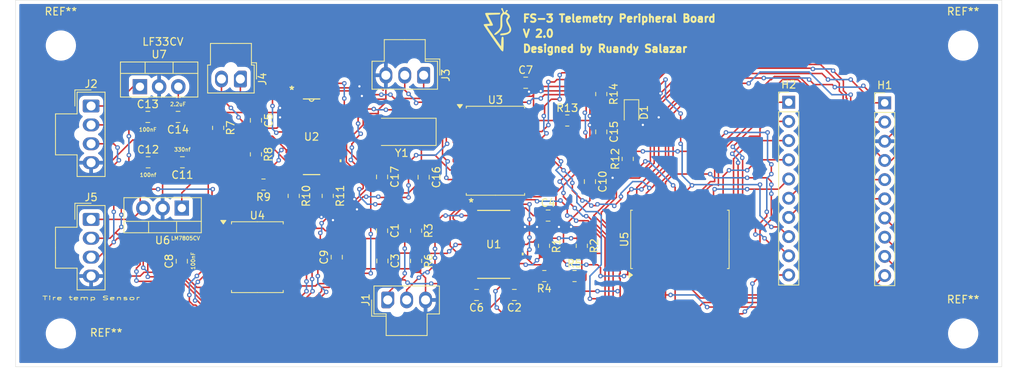
<source format=kicad_pcb>
(kicad_pcb (version 20240108) (generator "pcbnew") (generator_version "8.0")
  (layers (0 "F.Cu" signal) (31 "B.Cu" signal) (34 "B.Paste" user) (35 "F.Paste" user) (36 "B.SilkS" user "B.Silkscreen") (37 "F.SilkS" user "F.Silkscreen") (38 "B.Mask" user) (39 "F.Mask" user) (44 "Edge.Cuts" user))
  (net 0 "")
  (net 1 "Net-(J1-Pin_2)")
  (net 2 "GND")
  (net 3 "Net-(U1-IN+)")
  (net 4 "Net-(C4-Pad1)")
  (net 5 "+3V3")
  (net 6 "+5V")
  (net 7 "+12V")
  (net 8 "Net-(D1-A)")
  (net 9 "PB4")
  (net 10 "PB1")
  (net 11 "PA6")
  (net 12 "PC0")
  (net 13 "PA5")
  (net 14 "PB0")
  (net 15 "PB5")
  (net 16 "PA7")
  (net 17 "CANL")
  (net 18 "CANH")
  (net 19 "/Vin+")
  (net 20 "Net-(U1-TACH-)")
  (net 21 "Net-(U1-EMIT)")
  (net 22 "/Vin-")
  (net 23 "/RG2")
  (net 24 "/RG1")
  (net 25 "UPDI")
  (net 26 "Net-(U3-*RESET)")
  (net 31 "/VrefBG")
  (net 36 "CAN1_TX")
  (net 37 "PA2")
  (net 40 "PA1")
  (net 41 "Net-(U3-OSC2)")
  (net 42 "PA3{slash}SCK")
  (net 46 "CAN1_RX")
  (net 47 "PC3")
  (net 49 "Net-(U3-OSC1)")
  (net 50 "PA4")
  (net 51 "PC2")
  (net 52 "PC1")
  (net 53 "Net-(H2-Pin_2)")
  (net 54 "Net-(H2-Pin_1)")
  (net 55 "Net-(U5-~{RESET}{slash}PA0)")
  (footprint "Capacitor_SMD:C_0805_2012Metric_Pad1.18x1.45mm_HandSolder" (layer "F.Cu") (at 100 65.5 90)
    (property "Reference" "C9")
    (property "Value" "100nF")
  )
  (footprint "Resistor_SMD:R_0805_2012Metric_Pad1.20x1.40mm_HandSolder" (layer "F.Cu") (at 110.5 62 -90)
    (property "Reference" "R3")
    (property "Value" "1K")
  )
  (footprint "Connector_PinHeader_2.54mm:PinHeader_1x10_P2.54mm_Vertical" (layer "F.Cu") (at 159.8 45)
    (property "Reference" "H2")
    (property "Value" "Conn_01x10_MountingPin")
  )
  (footprint "Package_SO:SOIC-18W_7.5x11.6mm_P1.27mm" (layer "F.Cu") (at 121 51.42)
    (property "Reference" "U3")
    (property "Value" "MCP2515-I/SO")
  )
  (footprint "Capacitor_SMD:C_0805_2012Metric_Pad1.18x1.45mm_HandSolder" (layer "F.Cu") (at 106 54.8825 -90)
    (property "Reference" "C17")
    (property "Value" "27 pF")
  )
  (footprint "Package_TO_SOT_THT:TO-220-3_Vertical" (layer "F.Cu") (at 79.5 59 180)
    (property "Reference" "U6")
    (property "Value" "LM7805CV")
  )
  (footprint "Diode_SMD:D_0805_2012Metric" (layer "F.Cu") (at 139 46.3575 -90)
    (property "Reference" "D1")
    (property "Value" "D")
  )
  (footprint "Resistor_SMD:R_0805_2012Metric_Pad1.20x1.40mm_HandSolder" (layer "F.Cu") (at 132.4235 64 -90)
    (property "Reference" "R2")
    (property "Value" "10K")
  )
  (footprint "1FS_2_Global_Footprint_Library:FS_Logo_4LinesTall" (layer "F.Cu") (at 121.5 35.5)
    (property "Reference" "G***" (hide yes))
    (property "Value" "LOGO" (hide yes))
  )
  (footprint "Connector_PinHeader_2.54mm:PinHeader_1x10_P2.54mm_Vertical" (layer "F.Cu") (at 172.5 45.08)
    (property "Reference" "H1")
    (property "Value" "Conn_01x10_MountingPin")
  )
  (footprint "Package_TO_SOT_THT:TO-220-3_Vertical" (layer "F.Cu") (at 73.96 42.945)
    (property "Reference" "U7")
    (property "Value" "LF33CV")
  )
  (footprint "Package_SO:SOP-8_6.62x9.15mm_P2.54mm" (layer "F.Cu") (at 89.5 65.5)
    (property "Reference" "U4")
    (property "Value" "ISO1050DUB")
  )
  (footprint "Capacitor_SMD:C_0805_2012Metric_Pad1.18x1.45mm_HandSolder" (layer "F.Cu") (at 89.3078 47.395 -90)
    (property "Reference" "C5")
    (property "Value" "100nF")
  )
  (footprint "Capacitor_SMD:C_0805_2012Metric_Pad1.18x1.45mm_HandSolder" (layer "F.Cu") (at 123.5 70.5 180)
    (property "Reference" "C2")
    (property "Value" "100nF")
  )
  (footprint "Capacitor_SMD:C_0805_2012Metric_Pad1.18x1.45mm_HandSolder" (layer "F.Cu") (at 106 62 -90)
    (property "Reference" "C1")
    (property "Value" "10pF")
  )
  (footprint "MountingHole:MountingHole_3.5mm" (layer "F.Cu") (at 182.88 37.5)
    (property "Reference" "REF**")
    (property "Value" "MountingHole_3.5mm")
  )
  (footprint "Resistor_SMD:R_0805_2012Metric_Pad1.20x1.40mm_HandSolder" (layer "F.Cu") (at 94.3078 57.395 -90)
    (property "Reference" "R10")
    (property "Value" "~")
  )
  (footprint "Capacitor_SMD:C_0805_2012Metric_Pad1.18x1.45mm_HandSolder" (layer "F.Cu") (at 135 48.92 -90)
    (property "Reference" "C15")
    (property "Value" "100 nF")
  )
  (footprint "Capacitor_SMD:C_0805_2012Metric_Pad1.18x1.45mm_HandSolder" (layer "F.Cu") (at 118.5 70.5 180)
    (property "Reference" "C6")
    (property "Value" "100nF")
  )
  (footprint "Capacitor_SMD:C_0805_2012Metric_Pad1.18x1.45mm_HandSolder" (layer "F.Cu") (at 79.5 66.0375 90)
    (property "Reference" "C8")
    (property "Value" "100nF")
  )
  (footprint "Capacitor_SMD:C_0805_2012Metric_Pad1.18x1.45mm_HandSolder" (layer "F.Cu") (at 79.0025 46.945 180)
    (property "Reference" "C14")
    (property "Value" "2.2uF")
  )
  (footprint "Resistor_SMD:R_0805_2012Metric_Pad1.20x1.40mm_HandSolder" (layer "F.Cu") (at 110.5 66 -90)
    (property "Reference" "R6")
    (property "Value" "22K")
  )
  (footprint "MountingHole:MountingHole_3.5mm" (layer "F.Cu") (at 182.88 75.6)
    (property "Reference" "REF**")
    (property "Value" "MountingHole_3.5mm")
  )
  (footprint "Resistor_SMD:R_0805_2012Metric_Pad1.20x1.40mm_HandSolder" (layer "F.Cu") (at 127.4625 68 180)
    (property "Reference" "R4")
    (property "Value" "100K")
  )
  (footprint "FS_3_Global_Footprint_Library:D16" (layer "F.Cu") (at 96.67 49.57)
    (property "Reference" "U2")
    (property "Value" "INA125U")
  )
  (footprint "Capacitor_SMD:C_0805_2012Metric_Pad1.18x1.45mm_HandSolder" (layer "F.Cu") (at 127.9625 60)
    (property "Reference" "C4")
    (property "Value" "22nF")
  )
  (footprint "Capacitor_SMD:C_0805_2012Metric_Pad1.18x1.45mm_HandSolder" (layer "F.Cu") (at 75.04 52.945)
    (property "Reference" "C12")
    (property "Value" "100nf")
  )
  (footprint "Resistor_SMD:R_0805_2012Metric_Pad1.20x1.40mm_HandSolder" (layer "F.Cu") (at 90.3078 55.895 180)
    (property "Reference" "R9")
    (property "Value" "120")
  )
  (footprint "Resistor_SMD:R_0805_2012Metric_Pad1.20x1.40mm_HandSolder" (layer "F.Cu") (at 135 43.92 -90)
    (property "Reference" "R14")
    (property "Value" "100 Ω")
  )
  (footprint "Molex Nanofit:Molex_Nano-Fit_105309-xx04_1x04_P2.50mm_Vertical" (layer "F.Cu") (at 67.5 60.5)
    (property "Reference" "J5")
    (property "Value" "Tire temp Sensor")
  )
  (footprint "Molex Nanofit:Molex_Nano-Fit_105309-xx02_1x02_P2.50mm_Vertical" (layer "F.Cu") (at 87.25 41.93 -90)
    (property "Reference" "J4")
    (property "Value" "Strain Gauge")
  )
  (footprint "Capacitor_SMD:C_0805_2012Metric_Pad1.18x1.45mm_HandSolder" (layer "F.Cu") (at 111.5 54.92 -90)
    (property "Reference" "C16")
    (property "Value" "27 pF")
  )
  (footprint "Capacitor_SMD:C_0805_2012Metric_Pad1.18x1.45mm_HandSolder" (layer "F.Cu") (at 106.0375 66 -90)
    (property "Reference" "C3")
    (property "Value" "100nF")
  )
  (footprint "Molex Nanofit:Molex_Nano-Fit_105309-xx04_1x04_P2.50mm_Vertical" (layer "F.Cu") (at 67.5 45.5)
    (property "Reference" "J2")
    (property "Value" "Conn_01x04_MountingPin")
  )
  (footprint "Capacitor_SMD:C_0805_2012Metric_Pad1.18x1.45mm_HandSolder" (layer "F.Cu") (at 75.0025 46.945)
    (property "Reference" "C13")
    (property "Value" "100nF")
  )
  (footprint "MountingHole:MountingHole_3.5mm" (layer "F.Cu") (at 63.5 37.5)
    (property "Reference" "REF**")
    (property "Value" "MountingHole_3.5mm")
  )
  (footprint "Resistor_SMD:R_0805_2012Metric_Pad1.20x1.40mm_HandSolder" (layer "F.Cu") (at 131.4625 68)
    (property "Reference" "R5")
    (property "Value" "10K")
  )
  (footprint "Capacitor_SMD:C_0805_2012Metric_Pad1.18x1.45mm_HandSolder" (layer "F.Cu") (at 133.5 55.5 -90)
    (property "Reference" "C10")
    (property "Value" "100nF")
  )
  (footprint "Resistor_SMD:R_0805_2012Metric_Pad1.20x1.40mm_HandSolder" (layer "F.Cu") (at 127.4235 64 -90)
    (property "Reference" "R1")
    (property "Value" "22K")
  )
  (footprint "Resistor_SMD:R_0805_2012Metric_Pad1.20x1.40mm_HandSolder" (layer "F.Cu") (at 138.5 52.5 90)
    (property "Reference" "R12")
    (property "Value" "430")
  )
  (footprint "Resistor_SMD:R_0805_2012Metric_Pad1.20x1.40mm_HandSolder" (layer "F.Cu") (at 130.5 47.42)
    (property "Reference" "R13")
    (property "Value" "10K")
  )
  (footprint "FS_3_Global_Footprint_Library:M14A_TEX" (layer "F.Cu") (at 120.7695 63.81)
    (property "Reference" "U1")
    (property "Value" "LM2907M/NOPB")
  )
  (footprint "Molex Nanofit:Molex_Nano-Fit_105309-xx03_1x03_P2.50mm_Vertical" (layer "F.Cu") (at 111.5 41.43 -90)
    (property "Reference" "J3")
    (property "Value" "Potentiometer")
  )
  (footprint "Resistor_SMD:R_0805_2012Metric_Pad1.20x1.40mm_HandSolder" (layer "F.Cu") (at 84.3078 48.395 -90)
    (property "Reference" "R7")
    (property "Value" "120")
  )
  (footprint "Crystal:Crystal_SMD_5032-2Pin_5.0x3.2mm_HandSoldering" (layer "F.Cu") (at 108.6 48.92 180)
    (property "Reference" "Y1")
    (property "Value" "Crystal")
  )
  (footprint "Capacitor_SMD:C_0805_2012Metric_Pad1.18x1.45mm_HandSolder" (layer "F.Cu") (at 79.5775 52.945 180)
    (property "Reference" "C11")
    (property "Value" "330nf")
  )
  (footprint "Molex Nanofit:Molex_Nano-Fit_105309-xx03_1x03_P2.50mm_Vertical" (layer "F.Cu") (at 106.75 71.16 90)
    (property "Reference" "J1")
    (property "Value" "ATS668LSM")
  )
  (footprint "Resistor_SMD:R_0805_2012Metric_Pad1.20x1.40mm_HandSolder" (layer "F.Cu") (at 89.3078 51.895 -90)
    (property "Reference" "R8")
    (property "Value" "200")
  )
  (footprint "Package_SO:SOIC-20W_7.5x12.8mm_P1.27mm" (layer "F.Cu") (at 145.405 63.15 90)
    (property "Reference" "U5")
    (property "Value" "ATtiny1616-S")
  )
  (footprint "MountingHole:MountingHole_3.5mm" (layer "F.Cu") (at 63.5 75.6)
    (property "Reference" "REF**")
    (property "Value" "MountingHole_3.5mm")
  )
  (footprint "Capacitor_SMD:C_0805_2012Metric_Pad1.18x1.45mm_HandSolder" (layer "F.Cu") (at 125 42.42)
    (property "Reference" "C7")
    (property "Value" "100nF")
  )
  (footprint "Resistor_SMD:R_0805_2012Metric_Pad1.20x1.40mm_HandSolder" (layer "F.Cu") (at 98.8078 57.395 -90)
    (property "Reference" "R11")
    (property "Value" "60.4R")
  )
  (gr_rect (start 57.5 31.5) (end 188 80) (stroke (width 0.05)) (fill none) (layer "Edge.Cuts"))
  (gr_text "V 2.0" (at 124.5 36.5 0) (layer "F.SilkS") (effects (font (size 1 1) (thickness 0.25) (bold yes)) (justify left bottom)))
  (gr_text "FS-3 Telemetry Peripheral Board" (at 124.5 34.5 0) (layer "F.SilkS") (effects (font (size 1 1) (thickness 0.25) (bold yes)) (justify left bottom)))
  (gr_text "Designed by Ruandy Salazar" (at 124.5 38.5 0) (layer "F.SilkS") (effects (font (size 1 1) (thickness 0.25) (bold yes)) (justify left bottom)))
  (segment (start 118.039 60) (end 116.5 60) (width 0.2) (layer "F.Cu") (net 1))
  (segment (start 106 60.9625) (end 110.4625 60.9625) (width 0.2) (layer "F.Cu") (net 1))
  (segment (start 110.4625 60.9625) (end 110.5 61) (width 0.2) (layer "F.Cu") (net 1))
  (segment (start 114 60) (end 113 61) (width 0.2) (layer "F.Cu") (net 1))
  (segment (start 113 61) (end 113 64.4) (width 0.2) (layer "F.Cu") (net 1))
  (segment (start 109.25 69.83862) (end 109.25 71.16) (width 0.2) (layer "F.Cu") (net 1))
  (segment (start 113 66.5) (end 112 67.5) (width 0.2) (layer "F.Cu") (net 1))
  (segment (start 113 61) (end 110.5 61) (width 0.2) (layer "F.Cu") (net 1))
  (segment (start 110.870045 68.218575) (end 109.25 69.83862) (width 0.2) (layer "F.Cu") (net 1))
  (segment (start 113 65.6) (end 113 66.5) (width 0.2) (layer "F.Cu") (net 1))
  (segment (start 114.4 60) (end 114 60) (width 0.2) (layer "F.Cu") (net 1))
  (via (at 113 65.6) (size 0.6) (drill 0.3) (layers "F.Cu" "B.Cu") (net 1))
  (via (at 113 64.4) (size 0.6) (drill 0.3) (layers "F.Cu" "B.Cu") (net 1))
  (via (at 114.4 60) (size 0.6) (drill 0.3) (layers "F.Cu" "B.Cu") (net 1))
  (via (at 116.5 60) (size 0.6) (drill 0.3) (layers "F.Cu" "B.Cu") (net 1))
  (via (at 110.870045 68.218575) (size 0.6) (drill 0.3) (layers "F.Cu" "B.Cu") (net 1))
  (via (at 112 67.5) (size 0.6) (drill 0.3) (layers "F.Cu" "B.Cu") (net 1))
  (segment (start 116.5 60) (end 114.4 60) (width 0.2) (layer "B.Cu") (net 1))
  (segment (start 111.58862 67.5) (end 110.870045 68.218575) (width 0.2) (layer "B.Cu") (net 1))
  (segment (start 113 64.4) (end 113 65.6) (width 0.2) (layer "B.Cu") (net 1))
  (segment (start 112 67.5) (end 111.58862 67.5) (width 0.2) (layer "B.Cu") (net 1))
  (segment (start 105.5 46.5) (end 105.5 46) (width 0.2) (layer "F.Cu") (net 2))
  (segment (start 126.5 70.5) (end 131 70.5) (width 0.2) (layer "F.Cu") (net 2))
  (segment (start 133.5 51.4575) (end 135 49.9575) (width 0.2) (layer "F.Cu") (net 2))
  (segment (start 100 67.5) (end 98.5 69) (width 0.2) (layer "F.Cu") (net 2))
  (segment (start 127.4 57.1) (end 127 57.5) (width 0.2) (layer "F.Cu") (net 2))
  (segment (start 129 60) (end 129 61) (width 0.2) (layer "F.Cu") (net 2))
  (segment (start 103.5 47) (end 104 46.5) (width 0.2) (layer "F.Cu") (net 2))
  (segment (start 76.96 59) (end 76.96 61.04) (width 0.2) (layer "F.Cu") (net 2))
  (segment (start 100.4625 66.5375) (end 100.9625 67.0375) (width 0.2) (layer "F.Cu") (net 2))
  (segment (start 135 65) (end 135 63) (width 0.2) (layer "F.Cu") (net 2))
  (segment (start 141.5 54.5) (end 142.6 53.4) (width 0.2) (layer "F.Cu") (net 2))
  (segment (start 129.4 61.5) (end 128.5 61.5) (width 0.2) (layer "F.Cu") (net 2))
  (segment (start 92.0675 48.4325) (end 89.3078 48.4325) (width 0.2) (layer "F.Cu") (net 2))
  (segment (start 101.295 51.215) (end 101.295 50.205) (width 0.2) (layer "F.Cu") (net 2))
  (segment (start 78.54 52.945) (end 78.54 51.54) (width 0.2) (layer "F.Cu") (net 2))
  (segment (start 106 55.92) (end 107.08 57) (width 0.2) (layer "F.Cu") (net 2))
  (segment (start 105.848529 43.1) (end 94.834315 43.1) (width 0.2) (layer "F.Cu") (net 2))
  (segment (start 83 70.5) (end 83.5 71) (width 0.2) (layer "F.Cu") (net 2))
  (segment (start 76.5 42.945) (end 76.5 45.48) (width 0.2) (layer "F.Cu") (net 2))
  (segment (start 94.025 69.975) (end 94.025 69.31) (width 0.2) (layer "F.Cu") (net 2))
  (segment (start 132.4235 65) (end 132.4235 67.961) (width 0.2) (layer "F.Cu") (net 2))
  (segment (start 133 43.5) (end 127.02 43.5) (width 0.2) (layer "F.Cu") (net 2))
  (segment (start 106.4 44.6) (end 103.75147 44.6) (width 0.2) (layer "F.Cu") (net 2))
  (segment (start 76.0775 52.945) (end 78.54 52.945) (width 0.2) (layer "F.Cu") (net 2))
  (segment (start 93.175734 60.175734) (end 91.5 58.5) (width 0.2) (layer "F.Cu") (net 2))
  (segment (start 92.5 44) (end 92.5 45.7575) (width 0.2) (layer "F.Cu") (net 2))
  (segment (start 132.4235 65) (end 135 65) (width 0.2) (layer "F.Cu") (net 2))
  (segment (start 100 66.5375) (end 100 67.5) (width 0.2) (layer "F.Cu") (net 2))
  (segment (start 132.4235 67.961) (end 132.4625 68) (width 0.2) (layer "F.Cu") (net 2))
  (segment (start 171.5 39.5) (end 176.5 44.5) (width 0.2) (layer "F.Cu") (net 2))
  (segment (start 128.9 57.1) (end 127.4 57.1) (width 0.2) (layer "F.Cu") (net 2))
  (segment (start 83.5 71) (end 93 71) (width 0.2) (layer "F.Cu") (net 2))
  (segment (start 131.5375 54.4625) (end 129 57) (width 0.2) (layer "F.Cu") (net 2))
  (segment (start 128.5 61.5) (end 126.5 61.5) (width 0.2) (layer "F.Cu") (net 2))
  (segment (start 106.0375 67.0375) (end 110.4625 67.0375) (width 0.2) (layer "F.Cu") (net 2))
  (segment (start 129 61) (end 128.5 61.5) (width 0.2) (layer "F.Cu") (net 2))
  (segment (start 101.265735 52.882794) (end 101.882941 53.5) (width 0.2) (layer "F.Cu") (net 2))
  (segment (start 76.5 45.48) (end 77.965 46.945) (width 0.2) (layer "F.Cu") (net 2))
  (segment (start 114 56.5) (end 112.0425 56.5) (width 0.2) (layer "F.Cu") (net 2))
  (segment (start 142.825735 43.825735) (end 147.15147 39.5) (width 0.2) (layer "F.Cu") (net 2))
  (segment (start 77 50) (end 76.04 49.04) (width 0.2) (layer "F.Cu") (net 2))
  (segment (start 133.5 54.4625) (end 133.5 51.5) (width 0.2) (layer "F.Cu") (net 2))
  (segment (start 147.15147 39.5) (end 171.5 39.5) (width 0.2) (layer "F.Cu") (net 2))
  (segment (start 78.54 51.54) (end 77 50) (width 0.2) (layer "F.Cu") (net 2))
  (segment (start 135 63) (end 134.5 62.5) (width 0.2) (layer "F.Cu") (net 2))
  (segment (start 124.9 61.5) (end 123.86 62.54) (width 0.2) (layer "F.Cu") (net 2))
  (segment (start 125.4375 43.606574) (end 125.149074 43.606574) (width 0.2) (layer "F.Cu") (net 2))
  (segment (start 122.4625 70.5) (end 122.4625 72.4625) (width 0.2) (layer "F.Cu") (net 2))
  (segment (start 92.835 47.665) (end 92.5 48) (width 0.2) (layer "F.Cu") (net 2))
  (segment (start 101.882941 53.5) (end 102 53.5) (width 0.2) (layer "F.Cu") (net 2))
  (segment (start 105.5 46) (end 106.5 45) (width 0.2) (layer "F.Cu") (net 2))
  (segment (start 98.5 69) (end 97.5 69) (width 0.2) (layer "F.Cu") (net 2))
  (segment (start 103.5 48) (end 103.5 47) (width 0.2) (layer "F.Cu") (net 2))
  (segment (start 75 67.5) (end 76 67.5) (width 0.2) (layer "F.Cu") (net 2))
  (segment (start 100.9625 67.0375) (end 106.0375 67.0375) (width 0.2) (layer "F.Cu") (net 2))
  (segment (start 93 71) (end 94.025 69.975) (width 0.2) (layer "F.Cu") (net 2))
  (segment (start 109.5 57) (end 110.5425 55.9575) (width 0.2) (layer "F.Cu") (net 2))
  (segment (start 123 73) (end 124.5 73) (width 0.2) (layer "F.Cu") (net 2))
  (segment (start 118 73) (end 119.5 73) (width 0.2) (layer "F.Cu") (net 2))
  (segment (start 104 56.5) (end 103.934314 56.5) (width 0.2) (layer "F.Cu") (net 2))
  (segment (start 76.96 53.8275) (end 76.0775 52.945) (width 0.2) (layer "F.Cu") (net 2))
  (segment (start 129 57) (end 129 60) (width 0.2) (layer "F.Cu") (net 2))
  (segment (start 75 67.5) (end 74.5 67.5) (width 0.2) (layer "F.Cu") (net 2))
  (segment (start 131 70.5) (end 132.4625 69.0375) (width 0.2) (layer "F.Cu") (net 2))
  (segment (start 76.96 61.04) (end 75 63) (width 0.2) (layer "F.Cu") (net 2))
  (segment (start 133.5 51.5) (end 133.5 51.4575) (width 0.2) (layer "F.Cu") (net 2))
  (segment (start 134.5 54) (end 136 54) (width 0.2) (layer "F.Cu") (net 2))
  (segment (start 106.5 45) (end 106.5 44.5) (width 0.2) (layer "F.Cu") (net 2))
  (segment (start 125.149074 43.606574) (end 123.9625 42.42) (width 0.2) (layer "F.Cu") (net 2))
  (segment (start 104 46.5) (end 105.5 46.5) (width 0.2) (layer "F.Cu") (net 2))
  (segment (start 103.75147 44.6) (end 103.325735 44.174265) (width 0.2) (layer "F.Cu") (net 2))
  (segment (start 129 57) (end 128.9 57.1) (width 0.2) (layer "F.Cu") (net 2))
  (segment (start 117 70.5) (end 116.34 71.16) (width 0.2) (layer "F.Cu") (net 2))
  (segment (start 75 63) (end 75 67.5) (width 0.2) (layer "F.Cu") (net 2))
  (segment (start 139.69 56.31) (end 141.5 54.5) (width 0.2) (layer "F.Cu") (net 2))
  (segment (start 106.5 44.5) (end 106.5 41.43) (width 0.2) (layer "F.Cu") (net 2))
  (segment (start 82.69 69.31) (end 83 69.31) (width 0.2) (layer "F.Cu") (net 2))
  (segment (start 102.674265 59.174265) (end 101.24853 60.6) (width 0.2) (layer "F.Cu") (net 2))
  (segment (start 76 67.5) (end 76.425 67.075) (width 0.2) (layer "F.Cu") (net 2))
  (segment (start 117.4625 70.5) (end 117.4625 72.4625) (width 0.2) (layer "F.Cu") (net 2))
  (segment (start 91.5 58.5) (end 89.5 58.5) (width 0.2) (layer "F.Cu") (net 2))
  (segment (start 106.5 44.5) (end 106.4 44.6) (width 0.2) (layer "F.Cu") (net 2))
  (segment (start 103 42.9) (end 105.648529 42.9) (width 0.2) (layer "F.Cu") (net 2))
  (segment (start 119.5 73) (end 122 70.5) (width 0.2) (layer "F.Cu") (net 2))
  (segment (start 122.4625 72.4625) (end 123 73) (width 0.2) (layer "F.Cu") (net 2))
  (segment (start 101.295 51.215) (end 101.265735 51.244265) (width 0.2) (layer "F.Cu") (net 2))
  (segment (start 74 68) (end 67.5 68) (width 0.2) (layer "F.Cu") (net 2))
  (segment (start 74.5 67.5) (end 74 68) (width 0.2) (layer "F.Cu") (net 2))
  (segment (start 82.5 69.5) (end 82.69 69.31) (width 0.2) (layer "F.Cu") (net 2))
  (segment (start 83 69.31) (end 83 70.5) (width 0.2) (layer "F.Cu") (net 2))
  (segment (start 133.5 54.4625) (end 131.5375 54.4625) (width 0.2) (layer "F.Cu") (net 2))
  (segment (start 81.5 69.5) (end 82.5 69.5) (width 0.2) (layer "F.Cu") (net 2))
  (segment (start 176.5 49) (end 173.66 49) (width 0.2) (layer "F.Cu") (net 2))
  (segment (start 97.975737 60.175734) (end 93.175734 60.175734) (width 0.2) (layer "F.Cu") (net 2))
  (segment (start 102 53.5) (end 104 55.5) (width 0.2) (layer "F.Cu") (net 2))
  (segment (start 102.467157 57.967157) (end 102.325735 57.825735) (width 0.2) (layer "F.Cu") (net 2))
  (segment (start 101.265735 51.244265) (end 101.265735 52.882794) (width 0.2) (layer "F.Cu") (net 2))
  (segment (start 92.5 47) (end 92.5 48) (width 0.2) (layer "F.Cu") (net 2))
  (segment (start 106 55.92) (end 101.295 51.215) (width 0.2) (layer "F.Cu") (net 2))
  (segment (start 173.66 49) (end 172.5 50.16) (width 0.2) (layer "F.Cu") (net 2))
  (segment (start 136 54.5) (end 136.5 55) (width 0.2) (layer "F.Cu") (net 2))
  (segment (start 77.965 46.945) (end 76.04 46.945) (width 0.2) (layer "F.Cu") (net 2))
  (segment (start 92.5 48) (end 92.0675 48.4325) (width 0.2) (layer "F.Cu") (net 2))
  (segment (start 79.5 67.5) (end 81.5 69.5) (width 0.2) (layer "F.Cu") (net 2))
  (segment (start 73 50) (end 70 53) (width 0.2) (layer "F.Cu") (net 2))
  (segment (start 117.4625 72.4625) (end 118 73) (width 0.2) (layer "F.Cu") (net 2))
  (segment (start 142.6 53.4) (end 142.6 47) (width 0.2) (layer "F.Cu") (net 2))
  (segment (start 105.648529 42.9) (end 106.148529 43.4) (width 0.2) (layer "F.Cu") (net 2))
  (segment (start 97.19 69.31) (end 94.025 69.31) (width 0.2) (layer "F.Cu") (net 2))
  (segment (start 83 69.31) (end 84.975 69.31) (width 0.2) (layer "F.Cu") (net 2))
  (segment (start 79.5 67.075) (end 79.5 67.5) (width 0.2) (layer "F.Cu") (net 2))
  (segment (start 124.5 73) (end 125 72.5) (width 0.2) (layer "F.Cu") (net 2))
  (segment (start 127 57.5) (end 115 57.5) (width 0.2) (layer "F.Cu") (net 2))
  (segment (start 111.75 68.25) (end 111.75 71.16) (width 0.2) (layer "F.Cu") (net 2))
  (segment (start 89.3078 58.3078) (end 89.3078 55.895) (width 0.2) (layer "F.Cu") (net 2))
  (segment (start 110.5425 55.9575) (end 111.5 55.9575) (width 0.2) (layer "F.Cu") (net 2))
  (segment (start 133.5 54.4625) (end 134.0375 54.4625) (width 0.2) (layer "F.Cu") (net 2))
  (segment (start 100 66.5375) (end 100.4625 66.5375) (width 0.2) (layer "F.Cu") (net 2))
  (segment (start 94.834315 43.1) (end 94.217157 43.717158) (width 0.2) (layer "F.Cu") (net 2))
  (segment (start 101.24853 60.6) (end 99.5 60.6) (width 0.2) (layer "F.Cu") (net 2))
  (segment (start 101.295 50.205) (end 103.5 48) (width 0.2) (layer "F.Cu") (net 2))
  (segment (start 77 50) (end 73 50) (width 0.2) (layer "F.Cu") (net 2))
  (segment (start 89.5 58.5) (end 89.3078 58.3078) (width 0.2) (layer "F.Cu") (net 2))
  (segment (start 133.5 46.82) (end 133.5 44) (width 0.2) (layer "F.Cu") (net 2))
  (segment (start 134.5 62.5) (end 133.5 61.5) (width 0.2) (layer "F.Cu") (net 2))
  (segment (start 140.5 48) (end 138.5425 49.9575) (width 0.2) (layer "F.Cu") (net 2))
  (segment (start 93.934315 44) (end 92.5 44) (width 0.2) (layer "F.Cu") (net 2))
  (segment (start 133.5 44) (end 133 43.5) (width 0.2) (layer "F.Cu") (net 2))
  (segment (start 133.5 51.5) (end 133.5 48.02) (width 0.2) (layer "F.Cu") (net 2))
  (segment (start 76.04 49.04) (end 76.04 46.945) (width 0.2) (layer "F.Cu") (net 2))
  (segment (start 107.08 57) (end 109.5 57) (width 0.2) (layer "F.Cu") (net 2))
  (segment (start 97.5 69) (end 97.19 69.31) (width 0.2) (layer "F.Cu") (net 2))
  (segment (start 125 72) (end 126.5 70.5) (width 0.2) (layer "F.Cu") (net 2))
  (segment (start 136 54) (end 136 54.5) (width 0.2) (layer "F.Cu") (net 2))
  (segment (start 89.3078 52.895) (end 89.3078 55.895) (width 0.2) (layer "F.Cu") (net 2))
  (segment (start 104 55.5) (end 104 56.5) (width 0.2) (layer "F.Cu") (net 2))
  (segment (start 76.96 59) (end 76.96 53.8275) (width 0.2) (layer "F.Cu") (net 2))
  (segment (start 116.35 56.5) (end 114 56.5) (width 0.2) (layer "F.Cu") (net 2))
  (segment (start 125 72.5) (end 125 72) (width 0.2) (layer "F.Cu") (net 2))
  (segment (start 76.425 67.075) (end 79.5 67.075) (width 0.2) (layer "F.Cu") (net 2))
  (segment (start 176.5 44.5) (end 176.5 49) (width 0.2) (layer "F.Cu") (net 2))
  (segment (start 103.934314 56.5) (end 102.467157 57.967157) (width 0.2) (layer "F.Cu") (net 2))
  (segment (start 133.5 61.5) (end 131 61.5) (width 0.2) (layer "F.Cu") (net 2))
  (segment (start 116.34 71.16) (end 111.75 71.16) (width 0.2) (layer "F.Cu") (net 2))
  (segment (start 127.02 43.5) (end 127 43.52) (width 0.2) (layer "F.Cu") (net 2))
  (segment (start 115 57.5) (end 114 56.5) (width 0.2) (layer "F.Cu") (net 2))
  (segment (start 117.4625 70.5) (end 117 70.5) (width 0.2) (layer "F.Cu") (net 2))
  (segment (start 110.4625 67.0375) (end 110.5 67) (width 0.2) (layer "F.Cu") (net 2))
  (segment (start 122 70.5) (end 122.4625 70.5) (width 0.2) (layer "F.Cu") (net 2))
  (segment (start 94.217157 43.717158) (end 93.934315 44) (width 0.2) (layer "F.Cu") (net 2))
  (segment (start 106.148529 43.4) (end 105.848529 43.1) (width 0.2) (layer "F.Cu") (net 2))
  (segment (start 123.86 62.54) (end 123.5 62.54) (width 0.2) (layer "F.Cu") (net 2))
  (segment (start 138.5425 49.9575) (end 135 49.9575) (width 0.2) (layer "F.Cu") (net 2))
  (segment (start 70 53) (end 67.5 53) (width 0.2) (layer "F.Cu") (net 2))
  (segment (start 139.69 58.5) (end 139.69 56.31) (width 0.2) (layer "F.Cu") (net 2))
  (segment (start 112.0425 56.5) (end 111.5 55.9575) (width 0.2) (layer "F.Cu") (net 2))
  (segment (start 94.3078 47.665) (end 92.835 47.665) (width 0.2) (layer "F.Cu") (net 2))
  (segment (start 132.4625 69.0375) (end 132.4625 68) (width 0.2) (layer "F.Cu") (net 2))
  (segment (start 134.0375 54.4625) (end 134.5 54) (width 0.2) (layer "F.Cu") (net 2))
  (segment (start 110.5 67) (end 111.75 68.25) (width 0.2) (layer "F.Cu") (net 2))
  (segment (start 99.0322 50.205) (end 101.295 50.205) (width 0.2) (layer "F.Cu") (net 2))
  (via (at 133.5 46.82) (size 0.6) (drill 0.3) (layers "F.Cu" "B.Cu") (net 2))
  (via (at 102.325735 57.825735) (size 0.6) (drill 0.3) (layers "F.Cu" "B.Cu") (net 2))
  (via (at 103 42.9) (size 0.6) (drill 0.3) (layers "F.Cu" "B.Cu") (net 2))
  (via (at 103.325735 44.174265) (size 0.6) (drill 0.3) (layers "F.Cu" "B.Cu") (net 2))
  (via (at 126.5 61.5) (size 0.6) (drill 0.3) (layers "F.Cu" "B.Cu") (net 2))
  (via (at 97.975737 60.175734) (size 0.6) (drill 0.3) (layers "F.Cu" "B.Cu") (net 2))
  (via (at 142.6 47) (size 0.6) (drill 0.3) (layers "F.Cu" "B.Cu") (net 2))
  (via (at 136.5 55) (size 0.6) (drill 0.3) (layers "F.Cu" "B.Cu") (net 2))
  (via (at 133.5 48.02) (size 0.6) (drill 0.3) (layers "F.Cu" "B.Cu") (net 2))
  (via (at 131 61.5) (size 0.6) (drill 0.3) (layers "F.Cu" "B.Cu") (net 2))
  (via (at 140.5 48) (size 0.6) (drill 0.3) (layers "F.Cu" "B.Cu") (net 2))
  (via (at 92.5 45.7575) (size 0.6) (drill 0.3) (layers "F.Cu" "B.Cu") (net 2))
  (via (at 92.5 47) (size 0.6) (drill 0.3) (layers "F.Cu" "B.Cu") (net 2))
  (via (at 142.825735 43.825735) (size 0.6) (drill 0.3) (layers "F.Cu" "B.Cu") (net 2))
  (via (at 124.9 61.5) (size 0.6) (drill 0.3) (layers "F.Cu" "B.Cu") (net 2))
  (via (at 129.4 61.5) (size 0.6) (drill 0.3) (layers "F.Cu" "B.Cu") (net 2))
  (via (at 102.674265 59.174265) (size 0.6) (drill 0.3) (layers "F.Cu" "B.Cu") (net 2))
  (via (at 125.4375 43.606574) (size 0.6) (drill 0.3) (layers "F.Cu" "B.Cu") (net 2))
  (via (at 99.5 60.6) (size 0.6) (drill 0.3) (layers "F.Cu" "B.Cu") (net 2))
  (via (at 127 43.52) (size 0.6) (drill 0.3) (layers "F.Cu" "B.Cu") (net 2))
  (segment (start 131 61.5) (end 129.4 61.5) (width 0.2) (layer "B.Cu") (net 2))
  (segment (start 99.5 60.6) (end 99.075734 60.175734) (width 0.2) (layer "B.Cu") (net 2))
  (segment (start 141.5 47) (end 140.5 48) (width 0.2) (layer "B.Cu") (net 2))
  (segment (start 125.524074 43.52) (end 125.4375 43.606574) (width 0.2) (layer "B.Cu") (net 2))
  (segment (start 103.325735 44.174265) (end 103.325735 43.225735) (width 0.2) (layer "B.Cu") (net 2))
  (segment (start 102.325735 58.825735) (end 102.674265 59.174265) (width 0.2) (layer "B.Cu") (net 2))
  (segment (start 142.6 47) (end 141.5 47) (width 0.2) (layer "B.Cu") (net 2))
  (segment (start 103.325735 43.225735) (end 103 42.9) (width 0.2) (layer "B.Cu") (net 2))
  (segment (start 133.5 48.02) (end 133.5 46.82) (width 0.2) (layer "B.Cu") (net 2))
  (segment (start 127 43.52) (end 125.524074 43.52) (width 0.2) (layer "B.Cu") (net 2))
  (segment (start 99.075734 60.175734) (end 97.975737 60.175734) (width 0.2) (layer "B.Cu") (net 2))
  (segment (start 142.6 47) (end 142.6 44.05147) (width 0.2) (layer "B.Cu") (net 2))
  (segment (start 126.5 61.5) (end 124.9 61.5) (width 0.2) (layer "B.Cu") (net 2))
  (segment (start 102.325735 57.825735) (end 102.325735 58.825735) (width 0.2) (layer "B.Cu") (net 2))
  (segment (start 92.5 45.7575) (end 92.5 47) (width 0.2) (layer "B.Cu") (net 2))
  (segment (start 142.6 44.05147) (end 142.825735 43.825735) (width 0.2) (layer "B.Cu") (net 2))
  (segment (start 110.4625 64.9625) (end 110.5 65) (width 0.2) (layer "F.Cu") (net 3))
  (segment (start 114.6 65) (end 110.5 65) (width 0.2) (layer "F.Cu") (net 3))
  (segment (start 114.875735 64.724265) (end 114.6 65) (width 0.2) (layer "F.Cu") (net 3))
  (segment (start 118.039 63.81) (end 115.79 63.81) (width 0.2) (layer "F.Cu") (net 3))
  (segment (start 106.0375 64.9625) (end 110.4625 64.9625) (width 0.2) (layer "F.Cu") (net 3))
  (segment (start 115.79 63.81) (end 115.724265 63.875735) (width 0.2) (layer "F.Cu") (net 3))
  (segment (start 118.039 62.54) (end 118.039 63.81) (width 0.2) (layer "F.Cu") (net 3))
  (via (at 115.724265 63.875735) (size 0.6) (drill 0.3) (layers "F.Cu" "B.Cu") (net 3))
  (via (at 114.875735 64.724265) (size 0.6) (drill 0.3) (layers "F.Cu" "B.Cu") (net 3))
  (segment (start 115.724265 63.875735) (end 114.875735 64.724265) (width 0.2) (layer "B.Cu") (net 3))
  (segment (start 126.925 60) (end 126 60) (width 0.2) (layer "F.Cu") (net 4))
  (segment (start 115.4 60.4) (end 116.27 61.27) (width 0.2) (layer "F.Cu") (net 4))
  (segment (start 115.4 60.165686) (end 115.4 60.4) (width 0.2) (layer "F.Cu") (net 4))
  (segment (start 116.565686 59) (end 115.4 60.165686) (width 0.2) (layer "F.Cu") (net 4))
  (segment (start 125 59) (end 116.565686 59) (width 0.2) (layer "F.Cu") (net 4))
  (segment (start 126 60) (end 125 59) (width 0.2) (layer "F.Cu") (net 4))
  (segment (start 116.27 61.27) (end 118.039 61.27) (width 0.2) (layer "F.Cu") (net 4))
  (segment (start 126.5375 42.92) (end 126.0375 42.42) (width 0.2) (layer "F.Cu") (net 5))
  (segment (start 94.2703 46.3575) (end 94.3078 46.395) (width 0.2) (layer "F.Cu") (net 5))
  (segment (start 89.3078 46.3575) (end 85.3453 46.3575) (width 0.2) (layer "F.Cu") (net 5))
  (segment (start 137 42) (end 136.5 42) (width 0.2) (layer "F.Cu") (net 5))
  (segment (start 81.5 65) (end 79.5 65) (width 0.2) (layer "F.Cu") (net 5))
  (segment (start 123.706574 44.206574) (end 125.830926 44.206574) (width 0.2) (layer "F.Cu") (net 5))
  (segment (start 83.19 61.69) (end 84.975 61.69) (width 0.2) (layer "F.Cu") (net 5))
  (segment (start 103.5 43.5) (end 104 44) (width 0.2) (layer "F.Cu") (net 5))
  (segment (start 82.5 62.38) (end 82.5 64) (width 0.2) (layer "F.Cu") (net 5))
  (segment (start 83 61.5) (end 83.19 61.69) (width 0.2) (layer "F.Cu") (net 5))
  (segment (start 94.5 44) (end 95.5 44) (width 0.2) (layer "F.Cu") (net 5))
  (segment (start 94.3078 45.125) (end 94.3078 46.395) (width 0.2) (layer "F.Cu") (net 5))
  (segment (start 96 43.5) (end 103.5 43.5) (width 0.2) (layer "F.Cu") (net 5))
  (segment (start 135 42.92) (end 126.5375 42.92) (width 0.2) (layer "F.Cu") (net 5))
  (segment (start 85.3453 46.3575) (end 84.3078 47.395) (width 0.2) (layer "F.Cu") (net 5))
  (segment (start 89.3078 46.3575) (end 89.3078 46.3078) (width 0.2) (layer "F.Cu") (net 5))
  (segment (start 89.3078 46.3575) (end 94.2703 46.3575) (width 0.2) (layer "F.Cu") (net 5))
  (segment (start 107.6 44.5) (end 111 44.5) (width 0.2) (layer "F.Cu") (net 5))
  (segment (start 79.04 45.945) (end 80.04 46.945) (width 0.2) (layer "F.Cu") (net 5))
  (segment (start 87.25 44.25) (end 87.25 41.93) (width 0.2) (layer "F.Cu") (net 5))
  (segment (start 111 44.5) (end 111.5 44) (width 0.2) (layer "F.Cu") (net 5))
  (segment (start 83 47.395) (end 80.49 47.395) (width 0.2) (layer "F.Cu") (net 5))
  (segment (start 125.830926 44.206574) (end 126.0375 44) (width 0.2) (layer "F.Cu") (net 5))
  (segment (start 107.1 44) (end 107.6 44.5) (width 0.2) (layer "F.Cu") (net 5))
  (segment (start 82.5 64) (end 81.5 65) (width 0.2) (layer "F.Cu") (net 5))
  (segment (start 104 44) (end 105.9 44) (width 0.2) (layer "F.Cu") (net 5))
  (segment (start 84.3078 47.395) (end 83 47.395) (width 0.2) (layer "F.Cu") (net 5))
  (segment (start 135.58 42.92) (end 135 42.92) (width 0.2) (layer "F.Cu") (net 5))
  (segment (start 123.5 44) (end 123.706574 44.206574) (width 0.2) (layer "F.Cu") (net 5))
  (segment (start 95.5 44) (end 96 43.5) (width 0.2) (layer "F.Cu") (net 5))
  (segment (start 137.5 43.92) (end 137.5 42.5) (width 0.2) (layer "F.Cu") (net 5))
  (segment (start 83 47.395) (end 83 61.5) (width 0.2) (layer "F.Cu") (net 5))
  (segment (start 111.5 44) (end 123.5 44) (width 0.2) (layer "F.Cu") (net 5))
  (segment (start 79.04 42.945) (end 79.04 45.945) (width 0.2) (layer "F.Cu") (net 5))
  (segment (start 136.5 42) (end 135.58 42.92) (width 0.2) (layer "F.Cu") (net 5))
  (segment (start 83.19 61.69) (end 82.5 62.38) (width 0.2) (layer "F.Cu") (net 5))
  (segment (start 111.5 44) (end 111.5 41.43) (width 0.2) (layer "F.Cu") (net 5))
  (segment (start 137.5 42.5) (end 137 42) (width 0.2) (layer "F.Cu") (net 5))
  (segment (start 80.49 47.395) (end 80.04 46.945) (width 0.2) (layer "F.Cu") (net 5))
  (segment (start 94.3078 45.125) (end 94.3078 44.1922) (width 0.2) (layer "F.Cu") (net 5))
  (segment (start 126.0375 42.42) (end 126.0375 44) (width 0.2) (layer "F.Cu") (net 5))
  (segment (start 94.3078 44.1922) (end 94.5 44) (width 0.2) (layer "F.Cu") (net 5))
  (segment (start 126.0375 45.9525) (end 125.65 46.34) (width 0.2) (layer "F.Cu") (net 5))
  (segment (start 139 45.42) (end 137.5 43.92) (width 0.2) (layer "F.Cu") (net 5))
  (segment (start 126.0375 44) (end 126.0375 45.9525) (width 0.2) (layer "F.Cu") (net 5))
  (segment (start 89.3078 46.3078) (end 87.25 44.25) (width 0.2) (layer "F.Cu") (net 5))
  (via (at 105.9 44) (size 0.6) (drill 0.3) (layers "F.Cu" "B.Cu") (net 5))
  (via (at 107.1 44) (size 0.6) (drill 0.3) (layers "F.Cu" "B.Cu") (net 5))
  (segment (start 105.9 44) (end 107.1 44) (width 0.2) (layer "B.Cu") (net 5))
  (segment (start 109 63.0375) (end 110.4625 63.0375) (width 0.2) (layer "F.Cu") (net 6))
  (segment (start 126.5235 65.9) (end 127.4235 65) (width 0.2) (layer "F.Cu") (net 6))
  (segment (start 164.2 41.2) (end 165 42) (width 0.2) (layer "F.Cu") (net 6))
  (segment (start 143.5 46) (end 148.3 41.2) (width 0.2) (layer "F.Cu") (net 6))
  (segment (start 106.75 70.25) (end 106.75 71.16) (width 0.2) (layer "F.Cu") (net 6))
  (segment (start 67.5 60.5) (end 72.92 60.5) (width 0.2) (layer "F.Cu") (net 6))
  (segment (start 98.19 61.69) (end 94.025 61.69) (width 0.2) (layer "F.Cu") (net 6))
  (segment (start 76.36 56.5) (end 74.0025 56.5) (width 0.2) (layer "F.Cu") (net 6))
  (segment (start 123.5 66.35) (end 124.85 66.35) (width 0.2) (layer "F.Cu") (net 6))
  (segment (start 138.5 57) (end 139 56.5) (width 0.2) (layer "F.Cu") (net 6))
  (segment (start 130 65) (end 127.4235 65) (width 0.2) (layer "F.Cu") (net 6))
  (segment (start 134.5 66.5) (end 133.0235 66.5) (width 0.2) (layer "F.Cu") (net 6))
  (segment (start 109.370045 68.870045) (end 109 68.5) (width 0.2) (layer "F.Cu") (net 6))
  (segment (start 109 68) (end 108.5 68.5) (width 0.2) (layer "F.Cu") (net 6))
  (segment (start 123.5 67.62) (end 123.5 66.35) (width 0.2) (layer "F.Cu") (net 6))
  (segment (start 134.9 66.9) (end 134.5 66.5) (width 0.2) (layer "F.Cu") (net 6))
  (segment (start 130 66) (end 130 65) (width 0.2) (layer "F.Cu") (net 6))
  (segment (start 100.5375 63.0375) (end 100 62.5) (width 0.2) (layer "F.Cu") (net 6))
  (segment (start 133.5 58) (end 130 61.5) (width 0.2) (layer "F.Cu") (net 6))
  (segment (start 133.5 56.5375) (end 133.5 58) (width 0.2) (layer "F.Cu") (net 6))
  (segment (start 138.5 67.8) (end 138.5 57) (width 0.2) (layer "F.Cu") (net 6))
  (segment (start 148.3 41.2) (end 164.2 41.2) (width 0.2) (layer "F.Cu") (net 6))
  (segment (start 74.0025 58.5825) (end 74.42 59) (width 0.2) (layer "F.Cu") (net 6))
  (segment (start 100 62.5) (end 99.5 62) (width 0.2) (layer "F.Cu") (net 6))
  (segment (start 83.5 59) (end 83.5 56.6) (width 0.2) (layer "F.Cu") (net 6))
  (segment (start 170 44) (end 170 46.5) (width 0.2) (layer "F.Cu") (net 6))
  (segment (start 99.5 62) (end 98.5 62) (width 0.2) (layer "F.Cu") (net 6))
  (segment (start 109 68.5) (end 108.5 68.5) (width 0.2) (layer "F.Cu") (net 6))
  (segment (start 134.9 68) (end 134.9 66.9) (width 0.2) (layer "F.Cu") (net 6))
  (segment (start 91 59) (end 83.5 59) (width 0.2) (layer "F.Cu") (net 6))
  (segment (start 168 42) (end 170 44) (width 0.2) (layer "F.Cu") (net 6))
  (segment (start 123.5 68) (end 123 68.5) (width 0.2) (layer "F.Cu") (net 6))
  (segment (start 130 61.5) (end 130 65) (width 0.2) (layer "F.Cu") (net 6))
  (segment (start 94.025 61.69) (end 91.335 59) (width 0.2) (layer "F.Cu") (net 6))
  (segment (start 123 68.5) (end 120.5 68.5) (width 0.2) (layer "F.Cu") (net 6))
  (segment (start 83.5 56.6) (end 83.6 56.5) (width 0.2) (layer "F.Cu") (net 6))
  (segment (start 130.5 66.5) (end 130 66) (width 0.2) (layer "F.Cu") (net 6))
  (segment (start 138.5 67.8) (end 138.2 67.8) (width 0.2) (layer "F.Cu") (net 6))
  (segment (start 123.5 67.62) (end 123.5 68) (width 0.2) (layer "F.Cu") (net 6))
  (segment (start 108.5 68.5) (end 106.75 70.25) (width 0.2) (layer "F.Cu") (net 6))
  (segment (start 109 63.0375) (end 109 64.3625) (width 0.2) (layer "F.Cu") (net 6))
  (segment (start 171.12 47.62) (end 172.5 47.62) (width 0.2) (layer "F.Cu") (net 6))
  (segment (start 106 63.0375) (end 109 63.0375) (width 0.2) (layer "F.Cu") (net 6))
  (segment (start 110.4625 63.0375) (end 110.5 63) (width 0.2) (layer "F.Cu") (net 6))
  (segment (start 170 46.5) (end 171.12 47.62) (width 0.2) (layer "F.Cu") (net 6))
  (segment (start 139.69 67.8) (end 138.5 67.8) (width 0.2) (layer "F.Cu") (net 6))
  (segment (start 100 64.4625) (end 100 62.5) (width 0.2) (layer "F.Cu") (net 6))
  (segment (start 91.335 59) (end 91 59) (width 0.2) (layer "F.Cu") (net 6))
  (segment (start 119.5375 69.4625) (end 119.5375 70.5) (width 0.2) (layer "F.Cu") (net 6))
  (segment (start 98.5 62) (end 98.19 61.69) (width 0.2) (layer "F.Cu") (net 6))
  (segment (start 124.85 66.35) (end 125 66.5) (width 0.2) (layer "F.Cu") (net 6))
  (segment (start 109 67.6375) (end 109 68) (width 0.2) (layer "F.Cu") (net 6))
  (segment (start 114.5 69) (end 112.5 69) (width 0.2) (layer "F.Cu") (net 6))
  (segment (start 74.0025 52.945) (end 74.0025 56.5) (width 0.2) (layer "F.Cu") (net 6))
  (segment (start 140.319265 56.529265) (end 143.5 53.34853) (width 0.2) (layer "F.Cu") (net 6))
  (segment (start 120.5 68.5) (end 119.5375 69.4625) (width 0.2) (layer "F.Cu") (net 6))
  (segment (start 143.5 53.34853) (end 143.5 46) (width 0.2) (layer "F.Cu") (net 6))
  (segment (start 106 63.0375) (end 100.5375 63.0375) (width 0.2) (layer "F.Cu") (net 6))
  (segment (start 119.5375 69.4625) (end 114.9625 69.4625) (width 0.2) (layer "F.Cu") (net 6))
  (segment (start 126.5 65.9) (end 126.5235 65.9) (width 0.2) (layer "F.Cu") (net 6))
  (segment (start 74.0025 56.5) (end 74.0025 58.5825) (width 0.2) (layer "F.Cu") (net 6))
  (segment (start 114.9625 69.4625) (end 114.5 69) (width 0.2) (layer "F.Cu") (net 6))
  (segment (start 138.2 67.8) (end 138 68) (width 0.2) (layer "F.Cu") (net 6))
  (segment (start 72.92 60.5) (end 74.42 59) (width 0.2) (layer "F.Cu") (net 6))
  (via (at 140.319265 56.529265) (size 0.6) (drill 0.3) (layers "F.Cu" "B.Cu") (net 6))
  (via (at 125 66.5) (size 0.6) (drill 0.3) (layers "F.Cu" "B.Cu") (net 6))
  (via (at 126.5 65.9) (size 0.6) (drill 0.3) (layers "F.Cu" "B.Cu") (net 6))
  (via (at 83.6 56.5) (size 0.6) (drill 0.3) (layers "F.Cu" "B.Cu") (net 6))
  (via (at 109.370045 68.870045) (size 0.6) (drill 0.3) (layers "F.Cu" "B.Cu") (net 6))
  (via (at 139 56.5) (size 0.6) (drill 0.3) (layers "F.Cu" "B.Cu") (net 6))
  (via (at 138 68) (size 0.6) (drill 0.3) (layers "F.Cu" "B.Cu") (net 6))
  (via (at 168 42) (size 0.6) (drill 0.3) (layers "F.Cu" "B.Cu") (net 6))
  (via (at 134.9 68) (size 0.6) (drill 0.3) (layers "F.Cu" "B.Cu") (net 6))
  (via (at 76.36 56.5) (size 0.6) (drill 0.3) (layers "F.Cu" "B.Cu") (net 6))
  (via (at 130.5 66.5) (size 0.6) (drill 0.3) (layers "F.Cu" "B.Cu") (net 6))
  (via (at 109 64.3625) (size 0.6) (drill 0.3) (layers "F.Cu" "B.Cu") (net 6))
  (via (at 112.5 69) (size 0.6) (drill 0.3) (layers "F.Cu" "B.Cu") (net 6))
  (via (at 133.0235 66.5) (size 0.6) (drill 0.3) (layers "F.Cu" "B.Cu") (net 6))
  (via (at 109 67.6375) (size 0.6) (drill 0.3) (layers "F.Cu" "B.Cu") (net 6))
  (via (at 165 42) (size 0.6) (drill 0.3) (layers "F.Cu" "B.Cu") (net 6))
  (segment (start 112.5 69) (end 109.5 69) (width 0.2) (layer "B.Cu") (net 6))
  (segment (start 109 64.3625) (end 109 67.6375) (width 0.2) (layer "B.Cu") (net 6))
  (segment (start 125 66.5) (end 125.9 66.5) (width 0.2) (layer "B.Cu") (net 6))
  (segment (start 139 56.5) (end 140.29 56.5) (width 0.2) (layer "B.Cu") (net 6))
  (segment (start 109.5 69) (end 109.370045 68.870045) (width 0.2) (layer "B.Cu") (net 6))
  (segment (start 125.9 66.5) (end 126.5 65.9) (width 0.2) (layer "B.Cu") (net 6))
  (segment (start 83.6 56.5) (end 76.36 56.5) (width 0.2) (layer "B.Cu") (net 6))
  (segment (start 165 42) (end 168 42) (width 0.2) (layer "B.Cu") (net 6))
  (segment (start 133.0235 66.5) (end 130.5 66.5) (width 0.2) (layer "B.Cu") (net 6))
  (segment (start 140.29 56.5) (end 140.319265 56.529265) (width 0.2) (layer "B.Cu") (net 6))
  (segment (start 138 68) (end 134.9 68) (width 0.2) (layer "B.Cu") (net 6))
  (segment (start 71.945 46.945) (end 70.5 45.5) (width 0.2) (layer "F.Cu") (net 7))
  (segment (start 73.965 46.945) (end 71.945 46.945) (width 0.2) (layer "F.Cu") (net 7))
  (segment (start 79.5 57) (end 82.5 54) (width 0.2) (layer "F.Cu") (net 7))
  (segment (start 79.5 59) (end 79.5 57) (width 0.2) (layer "F.Cu") (net 7))
  (segment (start 73.96 42.945) (end 73.055 42.945) (width 0.2) (layer "F.Cu") (net 7))
  (segment (start 82.5 54) (end 82.5 53) (width 0.2) (layer "F.Cu") (net 7))
  (segment (start 70.5 45.5) (end 67.5 45.5) (width 0.2) (layer "F.Cu") (net 7))
  (segment (start 82 53) (end 81.945 52.945) (width 0.2) (layer "F.Cu") (net 7))
  (segment (start 73.055 42.945) (end 70.5 45.5) (width 0.2) (layer "F.Cu") (net 7))
  (segment (start 82.5 53) (end 82 53) (width 0.2) (layer "F.Cu") (net 7))
  (segment (start 81.945 52.945) (end 80.615 52.945) (width 0.2) (layer "F.Cu") (net 7))
  (segment (start 136.5 46.5) (end 135 46.5) (width 0.2) (layer "F.Cu") (net 8))
  (segment (start 137.295 47.295) (end 136.5 46.5) (width 0.2) (layer "F.Cu") (net 8))
  (segment (start 135 44.92) (end 135 46.5) (width 0.2) (layer "F.Cu") (net 8))
  (segment (start 135 46.5) (end 135 47.8825) (width 0.2) (layer "F.Cu") (net 8))
  (segment (start 134.155 47.42) (end 131.5 47.42) (width 0.2) (layer "F.Cu") (net 8))
  (segment (start 139 47.295) (end 137.295 47.295) (width 0.2) (layer "F.Cu") (net 8))
  (segment (start 135 47.8825) (end 134.6175 47.8825) (width 0.2) (layer "F.Cu") (net 8))
  (segment (start 134.6175 47.8825) (end 134.155 47.42) (width 0.2) (layer "F.Cu") (net 8))
  (segment (start 169.94 70.5) (end 172.5 67.94) (width 0.2) (layer "F.Cu") (net 9))
  (segment (start 147.31 68.824999) (end 148.985001 70.5) (width 0.2) (layer "F.Cu") (net 9))
  (segment (start 148.985001 70.5) (end 169.94 70.5) (width 0.2) (layer "F.Cu") (net 9))
  (segment (start 147.31 67.8) (end 147.31 68.824999) (width 0.2) (layer "F.Cu") (net 9))
  (segment (start 152.5 68.5) (end 152.5 52.5) (width 0.2) (layer "F.Cu") (net 10))
  (segment (start 154.92 50.08) (end 159.8 50.08) (width 0.2) (layer "F.Cu") (net 10))
  (segment (start 151.82 68.5) (end 152.5 68.5) (width 0.2) (layer "F.Cu") (net 10))
  (segment (start 152.5 52.5) (end 154.92 50.08) (width 0.2) (layer "F.Cu") (net 10))
  (segment (start 151.12 67.8) (end 151.82 68.5) (width 0.2) (layer "F.Cu") (net 10))
  (segment (start 133 52) (end 133 50) (width 0.2) (layer "F.Cu") (net 11))
  (segment (start 109 43.4) (end 109 41.43) (width 0.2) (layer "F.Cu") (net 11))
  (segment (start 132.934314 44) (end 127.5 44) (width 0.2) (layer "F.Cu") (net 11))
  (segment (start 149 72.1) (end 173.531372 72.1) (width 0.2) (layer "F.Cu") (net 11))
  (segment (start 133.205637 60.074265) (end 133 60.074265) (width 0.2) (layer "F.Cu") (net 11))
  (segment (start 143.5 70.5) (end 143.5 71.934314) (width 0.2) (layer "F.Cu") (net 11))
  (segment (start 131.5 59) (end 130 57.5) (width 0.2) (layer "F.Cu") (net 11))
  (segment (start 142.834314 72.6) (end 137.165686 72.6) (width 0.2) (layer "F.Cu") (net 11))
  (segment (start 129.5 55.5) (end 133 52) (width 0.2) (layer "F.Cu") (net 11))
  (segment (start 127.5 44) (end 127 44.5) (width 0.2) (layer "F.Cu") (net 11))
  (segment (start 143.5 70.5) (end 144.17 70.5) (width 0.2) (layer "F.Cu") (net 11))
  (segment (start 173.531372 72.1) (end 176 69.631372) (width 0.2) (layer "F.Cu") (net 11))
  (segment (start 132.967157 44.032843) (end 132.934314 44) (width 0.2) (layer "F.Cu") (net 11))
  (segment (start 132.826181 46.388756) (end 133 46.214937) (width 0.2) (layer "F.Cu") (net 11))
  (segment (start 143.5 67.8) (end 143.5 70.5) (width 0.2) (layer "F.Cu") (net 11))
  (segment (start 133 50) (end 133 49.1) (width 0.2) (layer "F.Cu") (net 11))
  (segment (start 125.5 45) (end 110.6 45) (width 0.2) (layer "F.Cu") (net 11))
  (segment (start 136 71.434314) (end 136 62.868628) (width 0.2) (layer "F.Cu") (net 11))
  (segment (start 176 69.631372) (end 176 63.82) (width 0.2) (layer "F.Cu") (net 11))
  (segment (start 125.4375 45) (end 125.5 45) (width 0.2) (layer "F.Cu") (net 11))
  (segment (start 133 46.214937) (end 133 44.065686) (width 0.2) (layer "F.Cu") (net 11))
  (segment (start 110.6 45) (end 110.5 45.1) (width 0.2) (layer "F.Cu") (net 11))
  (segment (start 130 57.5) (end 130 57) (width 0.2) (layer "F.Cu") (net 11))
  (segment (start 133 44.065686) (end 132.967157 44.032843) (width 0.2) (layer "F.Cu") (net 11))
  (segment (start 136 62.868628) (end 133.205637 60.074265) (width 0.2) (layer "F.Cu") (net 11))
  (segment (start 137.165686 72.6) (end 136 71.434314) (width 0.2) (layer "F.Cu") (net 11))
  (segment (start 176 63.82) (end 172.5 60.32) (width 0.2) (layer "F.Cu") (net 11))
  (segment (start 143.5 71.934314) (end 142.834314 72.6) (width 0.2) (layer "F.Cu") (net 11))
  (segment (start 109.5 43.9) (end 109 43.4) (width 0.2) (layer "F.Cu") (net 11))
  (segment (start 133 49.1) (end 132.9 49) (width 0.2) (layer "F.Cu") (net 11))
  (via (at 133 60.074265) (size 0.6) (drill 0.3) (layers "F.Cu" "B.Cu") (net 11))
  (via (at 130 57) (size 0.6) (drill 0.3) (layers "F.Cu" "B.Cu") (net 11))
  (via (at 129.5 55.5) (size 0.6) (drill 0.3) (layers "F.Cu" "B.Cu") (net 11))
  (via (at 109.5 43.9) (size 0.6) (drill 0.3) (layers "F.Cu" "B.Cu") (net 11))
  (via (at 127 44.5) (size 0.6) (drill 0.3) (layers "F.Cu" "B.Cu") (net 11))
  (via (at 125.4375 45) (size 0.6) (drill 0.3) (layers "F.Cu" "B.Cu") (net 11))
  (via (at 110.5 45.1) (size 0.6) (drill 0.3) (layers "F.Cu" "B.Cu") (net 11))
  (via (at 131.5 59) (size 0.6) (drill 0.3) (layers "F.Cu" "B.Cu") (net 11))
  (via (at 144.17 70.5) (size 0.6) (drill 0.3) (layers "F.Cu" "B.Cu") (net 11))
  (via (at 132.9 49) (size 0.6) (drill 0.3) (layers "F.Cu" "B.Cu") (net 11))
  (via (at 149 72.1) (size 0.6) (drill 0.3) (layers "F.Cu" "B.Cu") (net 11))
  (via (at 132.826181 46.388756) (size 0.6) (drill 0.3) (layers "F.Cu" "B.Cu") (net 11))
  (segment (start 132.9 49) (end 132.9 46.462575) (width 0.2) (layer "B.Cu") (net 11))
  (segment (start 130 56) (end 129.5 55.5) (width 0.2) (layer "B.Cu") (net 11))
  (segment (start 125.9375 44.5) (end 125.4375 45) (width 0.2) (layer "B.Cu") (net 11))
  (segment (start 110.5 45.1) (end 110.5 44.9) (width 0.2) (layer "B.Cu") (net 11))
  (segment (start 144.17 70.5) (end 147.4 70.5) (width 0.2) (layer "B.Cu") (net 11))
  (segment (start 133 60.074265) (end 132.574265 60.074265) (width 0.2) (layer "B.Cu") (net 11))
  (segment (start 132.574265 60.074265) (end 131.5 59) (width 0.2) (layer "B.Cu") (net 11))
  (segment (start 110.5 44.9) (end 109.5 43.9) (width 0.2) (layer "B.Cu") (net 11))
  (segment (start 130 57) (end 130 56) (width 0.2) (layer "B.Cu") (net 11))
  (segment (start 147.4 70.5) (end 149 72.1) (width 0.2) (layer "B.Cu") (net 11))
  (segment (start 132.9 46.462575) (end 132.826181 46.388756) (width 0.2) (layer "B.Cu") (net 11))
  (segment (start 127 44.5) (end 125.9375 44.5) (width 0.2) (layer "B.Cu") (net 11))
  (segment (start 154.3 56.5) (end 158.46 56.5) (width 0.2) (layer "F.Cu") (net 12))
  (segment (start 158.46 56.5) (end 159.8 55.16) (width 0.2) (layer "F.Cu") (net 12))
  (segment (start 149.85 58.5) (end 149.85 56.65) (width 0.2) (layer "F.Cu") (net 12))
  (segment (start 149.85 56.65) (end 150 56.5) (width 0.2) (layer "F.Cu") (net 12))
  (via (at 154.3 56.5) (size 0.6) (drill 0.3) (layers "F.Cu" "B.Cu") (net 12))
  (via (at 150 56.5) (size 0.6) (drill 0.3) (layers "F.Cu" "B.Cu") (net 12))
  (segment (start 150 56.5) (end 154.3 56.5) (width 0.2) (layer "B.Cu") (net 12))
  (segment (start 138 54.5) (end 140 54.5) (width 0.2) (layer "F.Cu") (net 13))
  (segment (start 136.565686 62.549036) (end 134.016649 59.999999) (width 0.2) (layer "F.Cu") (net 13))
  (segment (start 166.5 42.5) (end 166.5 43.5) (width 0.2) (layer "F.Cu") (net 13))
  (segment (start 141.5 46) (end 147.5 40) (width 0.2) (layer "F.Cu") (net 13))
  (segment (start 140 54.5) (end 141.5 53) (width 0.2) (layer "F.Cu") (net 13))
  (segment (start 139.565686 72) (end 137.131372 72) (width 0.2) (layer "F.Cu") (net 13))
  (segment (start 142.23 67.8) (end 142.23 68.295686) (width 0.2) (layer "F.Cu") (net 13))
  (segment (start 141.5 53) (end 141.5 46) (width 0.2) (layer "F.Cu") (net 13))
  (segment (start 136.565686 71.434314) (end 136.565686 62.549036) (width 0.2) (layer "F.Cu") (net 13))
  (segment (start 137.131372 72) (end 136.565686 71.434314) (width 0.2) (layer "F.Cu") (net 13))
  (segment (start 136.5 57.516648) (end 136.5 56) (width 0.2) (layer "F.Cu") (net 13))
  (segment (start 166.5 43.5) (end 167 44) (width 0.2) (layer "F.Cu") (net 13))
  (segment (start 164 40) (end 166.5 42.5) (width 0.2) (layer "F.Cu") (net 13))
  (segment (start 169.78 57.78) (end 172.5 57.78) (width 0.2) (layer "F.Cu") (net 13))
  (segment (start 136.5 56) (end 138 54.5) (width 0.2) (layer "F.Cu") (net 13))
  (segment (start 167 44) (end 167 55) (width 0.2) (layer "F.Cu") (net 13))
  (segment (start 147.5 40) (end 164 40) (width 0.2) (layer "F.Cu") (net 13))
  (segment (start 167 55) (end 169.78 57.78) (width 0.2) (layer "F.Cu") (net 13))
  (segment (start 142.23 68.295686) (end 142 68.525686) (width 0.2) (layer "F.Cu") (net 13))
  (segment (start 142.23 69.335686) (end 139.565686 72) (width 0.2) (layer "F.Cu") (net 13))
  (segment (start 142.23 67.8) (end 142.23 69.335686) (width 0.2) (layer "F.Cu") (net 13))
  (segment (start 134.016649 59.999999) (end 136.5 57.516648) (width 0.2) (layer "F.Cu") (net 13))
  (segment (start 154.3 54) (end 155.68 52.62) (width 0.2) (layer "F.Cu") (net 14))
  (segment (start 151.12 54.78) (end 151.9 54) (width 0.2) (layer "F.Cu") (net 14))
  (segment (start 155.68 52.62) (end 159.8 52.62) (width 0.2) (layer "F.Cu") (net 14))
  (segment (start 151.12 58.5) (end 151.12 54.78) (width 0.2) (layer "F.Cu") (net 14))
  (via (at 154.3 54) (size 0.6) (drill 0.3) (layers "F.Cu" "B.Cu") (net 14))
  (via (at 151.9 54) (size 0.6) (drill 0.3) (layers "F.Cu" "B.Cu") (net 14))
  (segment (start 151.9 54) (end 154.3 54) (width 0.2) (layer "B.Cu") (net 14))
  (segment (start 173.6 70.9) (end 175 69.5) (width 0.2) (layer "F.Cu") (net 15))
  (segment (start 148.115001 70.9) (end 173.6 70.9) (width 0.2) (layer "F.Cu") (net 15))
  (segment (start 146.04 67.8) (end 146.04 68.824999) (width 0.2) (layer "F.Cu") (net 15))
  (segment (start 175 67.9) (end 172.5 65.4) (width 0.2) (layer "F.Cu") (net 15))
  (segment (start 175 69.5) (end 175 67.9) (width 0.2) (layer "F.Cu") (net 15))
  (segment (start 146.04 68.824999) (end 148.115001 70.9) (width 0.2) (layer "F.Cu") (net 15))
  (segment (start 144.77 71.23) (end 144.77 67.8) (width 0.2) (layer "F.Cu") (net 16))
  (segment (start 99.0322 51.475) (end 99.0322 52.745) (width 0.2) (layer "F.Cu") (net 16))
  (segment (start 175.5 65.86) (end 172.5 62.86) (width 0.2) (layer "F.Cu") (net 16))
  (segment (start 126.3 57.9) (end 126.5 58.1) (width 0.2) (layer "F.Cu") (net 16))
  (segment (start 103 55.5) (end 103.5 56) (width 0.2) (layer "F.Cu") (net 16))
  (segment (start 103.368628 56.5) (end 103 56.5) (width 0.2) (layer "F.Cu") (net 16))
  (segment (start 137 73) (end 143 73) (width 0.2) (layer "F.Cu") (net 16))
  (segment (start 148.5 71.5) (end 173.565686 71.5) (width 0.2) (layer "F.Cu") (net 16))
  (segment (start 116.534314 57.9) (end 126.3 57.9) (width 0.2) (layer "F.Cu") (net 16))
  (segment (start 143 73) (end 144.77 71.23) (width 0.2) (layer "F.Cu") (net 16))
  (segment (start 147 73) (end 148.5 71.5) (width 0.2) (layer "F.Cu") (net 16))
  (segment (start 103.5 56) (end 103.5 56.368628) (width 0.2) (layer "F.Cu") (net 16))
  (segment (start 131.674265 60.674265) (end 133.239951 60.674265) (width 0.2) (layer "F.Cu") (net 16))
  (segment (start 135.5 71.5) (end 137 73) (width 0.2) (layer "F.Cu") (net 16))
  (segment (start 173.565686 71.5) (end 175.5 69.565686) (width 0.2) (layer "F.Cu") (net 16))
  (segment (start 103.5 56.368628) (end 103.368628 56.5) (width 0.2) (layer "F.Cu") (net 16))
  (segment (start 130.5 58.9) (end 130.5 60) (width 0.2) (layer "F.Cu") (net 16))
  (segment (start 99.0322 52.745) (end 100.245 52.745) (width 0.2) (layer "F.Cu") (net 16))
  (segment (start 143 73) (end 147 73) (width 0.2) (layer "F.Cu") (net 16))
  (segment (start 175.5 69.565686) (end 175.5 65.86) (width 0.2) (layer "F.Cu") (net 16))
  (segment (start 105.1 58.5) (end 115.934314 58.5) (width 0.2) (layer "F.Cu") (net 16))
  (segment (start 135.5 62.934314) (end 135.5 71.5) (width 0.2) (layer "F.Cu") (net 16))
  (segment (start 129.6 58) (end 130.5 58.9) (width 0.2) (layer "F.Cu") (net 16))
  (segment (start 115.934314 58.5) (end 116.534314 57.9) (width 0.2) (layer "F.Cu") (net 16))
  (segment (start 133.239951 60.674265) (end 135.5 62.934314) (width 0.2) (layer "F.Cu") (net 16))
  (segment (start 100.245 52.745) (end 103 55.5) (width 0.2) (layer "F.Cu") (net 16))
  (via (at 130.5 60) (size 0.6) (drill 0.3) (layers "F.Cu" "B.Cu") (net 16))
  (via (at 103 56.5) (size 0.6) (drill 0.3) (layers "F.Cu" "B.Cu") (net 16))
  (via (at 105.1 58.5) (size 0.6) (drill 0.3) (layers "F.Cu" "B.Cu") (net 16))
  (via (at 129.6 58) (size 0.6) (drill 0.3) (layers "F.Cu" "B.Cu") (net 16))
  (via (at 126.5 58.1) (size 0.6) (drill 0.3) (layers "F.Cu" "B.Cu") (net 16))
  (via (at 131.674265 60.674265) (size 0.6) (drill 0.3) (layers "F.Cu" "B.Cu") (net 16))
  (segment (start 131 60) (end 131.674265 60.674265) (width 0.2) (layer "B.Cu") (net 16))
  (segment (start 103 57.448529) (end 104.051471 58.5) (width 0.2) (layer "B.Cu") (net 16))
  (segment (start 126.5 58.1) (end 129.5 58.1) (width 0.2) (layer "B.Cu") (net 16))
  (segment (start 104.051471 58.5) (end 105.1 58.5) (width 0.2) (layer "B.Cu") (net 16))
  (segment (start 103 56.5) (end 103 57.448529) (width 0.2) (layer "B.Cu") (net 16))
  (segment (start 129.5 58.1) (end 129.6 58) (width 0.2) (layer "B.Cu") (net 16))
  (segment (start 130.5 60) (end 131 60) (width 0.2) (layer "B.Cu") (net 16))
  (segment (start 72.5 52) (end 72.5 56) (width 0.2) (layer "F.Cu") (net 17))
  (segment (start 78 67.5) (end 76.565686 67.5) (width 0.2) (layer "F.Cu") (net 17))
  (segment (start 72.5 56) (end 71.5 57) (width 0.2) (layer "F.Cu") (net 17))
  (segment (start 67.5 48) (end 72.5 48) (width 0.2) (layer "F.Cu") (net 17))
  (segment (start 96 67.5) (end 96 68.71) (width 0.2) (layer "F.Cu") (net 17))
  (segment (start 79 68.5) (end 78 67.5) (width 0.2) (layer "F.Cu") (net 17))
  (segment (start 74.4 63.4) (end 73.5 62.5) (width 0.2) (layer "F.Cu") (net 17))
  (segment (start 83.334314 71.4) (end 82.967157 71.032843) (width 0.2) (layer "F.Cu") (net 17))
  (segment (start 96 70) (end 94.6 71.4) (width 0.2) (layer "F.Cu") (net 17))
  (segment (start 73.5 62.5) (end 71 62.5) (width 0.2) (layer "F.Cu") (net 17))
  (segment (start 95.27 66.77) (end 96 67.5) (width 0.2) (layer "F.Cu") (net 17))
  (segment (start 75.965686 68.1) (end 75 68.1) (width 0.2) (layer "F.Cu") (net 17))
  (segment (start 82 70.565686) (end 80.967157 69.532843) (width 0.2) (layer "F.Cu") (net 17))
  (segment (start 76.532843 67.532843) (end 75.965686 68.1) (width 0.2) (layer "F.Cu") (net 17))
  (segment (start 76.565686 67.5) (end 76.532843 67.532843) (width 0.2) (layer "F.Cu") (net 17))
  (segment (start 71 62.5) (end 70.75 62.25) (width 0.2) (layer "F.Cu") (net 17))
  (segment (start 94.6 71.4) (end 83.334314 71.4) (width 0.2) (layer "F.Cu") (net 17))
  (segment (start 72.5 48) (end 72.5 49.5) (width 0.2) (layer "F.Cu") (net 17))
  (segment (start 71.5 61.5) (end 70.75 62.25) (width 0.2) (layer "F.Cu") (net 17))
  (segment (start 74.4 66.9) (end 74.4 63.4) (width 0.2) (layer "F.Cu") (net 17))
  (segment (start 94.025 66.77) (end 95.27 66.77) (width 0.2) (layer "F.Cu") (net 17))
  (segment (start 70 63) (end 67.5 63) (width 0.2) (layer "F.Cu") (net 17))
  (segment (start 70.75 62.25) (end 70 63) (width 0.2) (layer "F.Cu") (net 17))
  (segment (start 79.934314 68.5) (end 79 68.5) (width 0.2) (layer "F.Cu") (net 17))
  (segment (start 82.5 70.565686) (end 82 70.565686) (width 0.2) (layer "F.Cu") (net 17))
  (segment (start 80.967157 69.532843) (end 79.934314 68.5) (width 0.2) (layer "F.Cu") (net 17))
  (segment (start 82.967157 71.032843) (end 82.5 70.565686) (width 0.2) (layer "F.Cu") (net 17))
  (segment (start 71.5 57) (end 71.5 59.9) (width 0.2) (layer "F.Cu") (net 17))
  (via (at 75 68.1) (size 0.6) (drill 0.3) (layers "F.Cu" "B.Cu") (net 17))
  (via (at 71.5 61.5) (size 0.6) (drill 0.3) (layers "F.Cu" "B.Cu") (net 17))
  (via (at 96 68.71) (size 0.6) (drill 0.3) (layers "F.Cu" "B.Cu") (net 17))
  (via (at 96 70) (size 0.6) (drill 0.3) (layers "F.Cu" "B.Cu") (net 17))
  (via (at 72.5 49.5) (size 0.6) (drill 0.3) (layers "F.Cu" "B.Cu") (net 17))
  (via (at 74.4 66.9) (size 0.6) (drill 0.3) (layers "F.Cu" "B.Cu") (net 17))
  (via (at 71.5 59.9) (size 0.6) (drill 0.3) (layers "F.Cu" "B.Cu") (net 17))
  (via (at 72.5 52) (size 0.6) (drill 0.3) (layers "F.Cu" "B.Cu") (net 17))
  (segment (start 75 68.1) (end 75 67.5) (width 0.2) (layer "B.Cu") (net 17))
  (segment (start 71.5 59.9) (end 71.5 61.5) (width 0.2) (layer "B.Cu") (net 17))
  (segment (start 75 67.5) (end 74.4 66.9) (width 0.2) (layer "B.Cu") (net 17))
  (segment (start 96 68.71) (end 96 70) (width 0.2) (layer "B.Cu") (net 17))
  (segment (start 72.5 49.5) (end 72.5 52) (width 0.2) (layer "B.Cu") (net 17))
  (segment (start 96.737588 65.737588) (end 96.737588 68.400213) (width 0.2) (layer "F.Cu") (net 18))
  (segment (start 79.000001 69.065686) (end 78.834315 68.9) (width 0.2) (layer "F.Cu") (net 18))
  (segment (start 73.5 66.951471) (end 73.975736 66.475735) (width 0.2) (layer "F.Cu") (net 18))
  (segment (start 82.434313 71.565685) (end 79.934314 69.065686) (width 0.2) (layer "F.Cu") (net 18))
  (segment (start 73.975736 63.541422) (end 73.434314 63) (width 0.2) (layer "F.Cu") (net 18))
  (segment (start 75.931372 68.7) (end 73.6 68.7) (width 0.2) (layer "F.Cu") (net 18))
  (segment (start 73.6 68.7) (end 73.5 68.6) (width 0.2) (layer "F.Cu") (net 18))
  (segment (start 70.5 63.5) (end 68.5 65.5) (width 0.2) (layer "F.Cu") (net 18))
  (segment (start 73.975736 66.475735) (end 73.975736 63.541422) (width 0.2) (layer "F.Cu") (net 18))
  (segment (start 79.934314 69.065686) (end 79.000001 69.065686) (width 0.2) (layer "F.Cu") (net 18))
  (segment (start 95.048529 71.8) (end 83.168629 71.8) (width 0.2) (layer "F.Cu") (net 18))
  (segment (start 96.800003 70) (end 96.800003 70.048526) (width 0.2) (layer "F.Cu") (net 18))
  (segment (start 96 64.5) (end 96 65) (width 0.2) (layer "F.Cu") (net 18))
  (segment (start 96.800003 70.048526) (end 95.048529 71.8) (width 0.2) (layer "F.Cu") (net 18))
  (segment (start 77.934315 68) (end 76.631372 68) (width 0.2) (layer "F.Cu") (net 18))
  (segment (start 78.834315 68.9) (end 78.834314 68.9) (width 0.2) (layer "F.Cu") (net 18))
  (segment (start 71 63) (end 70.5 63.5) (width 0.2) (layer "F.Cu") (net 18))
  (segment (start 94.025 64.23) (end 95.73 64.23) (width 0.2) (layer "F.Cu") (net 18))
  (segment (start 73.5 67.4) (end 73.5 66.951471) (width 0.2) (layer "F.Cu") (net 18))
  (segment (start 78.834314 68.9) (end 78 68.065685) (width 0.2) (layer "F.Cu") (net 18))
  (segment (start 83.168629 71.8) (end 82.934314 71.565685) (width 0.2) (layer "F.Cu") (net 18))
  (segment (start 70.5 53.34853) (end 70.5 59.5) (width 0.2) (layer "F.Cu") (net 18))
  (segment (start 78 68.065685) (end 77.934315 68) (width 0.2) (layer "F.Cu") (net 18))
  (segment (start 96 65) (end 96.737588 65.737588) (width 0.2) (layer "F.Cu") (net 18))
  (segment (start 70.5 50.5) (end 71 51) (width 0.2) (layer "F.Cu") (net 18))
  (segment (start 68.5 65.5) (end 67.5 65.5) (width 0.2) (layer "F.Cu") (net 18))
  (segment (start 73.434314 63) (end 71 63) (width 0.2) (layer "F.Cu") (net 18))
  (segment (start 76.565686 68.065686) (end 75.931372 68.7) (width 0.2) (layer "F.Cu") (net 18))
  (segment (start 67.5 50.5) (end 70.5 50.5) (width 0.2) (layer "F.Cu") (net 18))
  (segment (start 95.73 64.23) (end 96 64.5) (width 0.2) (layer "F.Cu") (net 18))
  (segment (start 71.174265 52.674265) (end 70.5 53.34853) (width 0.2) (layer "F.Cu") (net 18))
  (segment (start 76.631372 68) (end 76.565686 68.065686) (width 0.2) (layer "F.Cu") (net 18))
  (segment (start 82.934314 71.565685) (end 82.434313 71.565685) (width 0.2) (layer "F.Cu") (net 18))
  (via (at 96.737588 68.400213) (size 0.6) (drill 0.3) (layers "F.Cu" "B.Cu") (net 18))
  (via (at 71.174265 52.674265) (size 0.6) (drill 0.3) (layers "F.Cu" "B.Cu") (net 18))
  (via (at 73.5 68.6) (size 0.6) (drill 0.3) (layers "F.Cu" "B.Cu") (net 18))
  (via (at 70.5 59.5) (size 0.6) (drill 0.3) (layers "F.Cu" "B.Cu") (net 18))
  (via (at 96.800003 70) (size 0.6) (drill 0.3) (layers "F.Cu" "B.Cu") (net 18))
  (via (at 70.5 63.5) (size 0.6) (drill 0.3) (layers "F.Cu" "B.Cu") (net 18))
  (via (at 73.5 67.4) (size 0.6) (drill 0.3) (layers "F.Cu" "B.Cu") (net 18))
  (via (at 71 51) (size 0.6) (drill 0.3) (layers "F.Cu" "B.Cu") (net 18))
  (segment (start 71 52.5) (end 71.174265 52.674265) (width 0.2) (layer "B.Cu") (net 18))
  (segment (start 96.737588 69.937585) (end 96.800003 70) (width 0.2) (layer "B.Cu") (net 18))
  (segment (start 71 51) (end 71 52.5) (width 0.2) (layer "B.Cu") (net 18))
  (segment (start 73.5 68.6) (end 73.5 67.4) (width 0.2) (layer "B.Cu") (net 18))
  (segment (start 70.5 59.5) (end 70.5 63.5) (width 0.2) (layer "B.Cu") (net 18))
  (segment (start 96.737588 68.400213) (end 96.737588 69.937585) (width 0.2) (layer "B.Cu") (net 18))
  (segment (start 87.5 47.5) (end 87 47) (width 0.2) (layer "F.Cu") (net 19))
  (segment (start 94.3078 51.475) (end 93.475 51.475) (width 0.2) (layer "F.Cu") (net 19))
  (segment (start 86 45.7575) (end 84.75 44.5075) (width 0.2) (layer "F.Cu") (net 19))
  (segment (start 93.475 51.475) (end 93 51) (width 0.2) (layer "F.Cu") (net 19))
  (segment (start 92.674265 51.325735) (end 93 51) (width 0.2) (layer "F.Cu") (net 19))
  (segment (start 93 51) (end 91.5 49.5) (width 0.2) (layer "F.Cu") (net 19))
  (segment (start 91.3078 55.895) (end 91.3078 53.6922) (width 0.2) (layer "F.Cu") (net 19))
  (segment (start 91.3078 53.6922) (end 92.325735 52.674265) (width 0.2) (layer "F.Cu") (net 19))
  (segment (start 84.75 44.5075) (end 84.75 41.93) (width 0.2) (layer "F.Cu") (net 19))
  (segment (start 87.5 49.5) (end 87.5 47.5) (width 0.2) (layer "F.Cu") (net 19))
  (segment (start 91.5 49.5) (end 87.5 49.5) (width 0.2) (layer "F.Cu") (net 19))
  (via (at 92.674265 51.325735) (size 0.6) (drill 0.3) (layers "F.Cu" "B.Cu") (net 19))
  (via (at 86 45.7575) (size 0.6) (drill 0.3) (layers "F.Cu" "B.Cu") (net 19))
  (via (at 92.325735 52.674265) (size 0.6) (drill 0.3) (layers "F.Cu" "B.Cu") (net 19))
  (via (at 87 47) (size 0.6) (drill 0.3) (layers "F.Cu" "B.Cu") (net 19))
  (segment (start 92.325735 51.674265) (end 92.674265 51.325735) (width 0.2) (layer "B.Cu") (net 19))
  (segment (start 87 46.7575) (end 86 45.7575) (width 0.2) (layer "B.Cu") (net 19))
  (segment (start 87 47) (end 87 46.7575) (width 0.2) (layer "B.Cu") (net 19))
  (segment (start 92.325735 52.674265) (end 92.325735 51.674265) (width 0.2) (layer "B.Cu") (net 19))
  (segment (start 129.4 63) (end 127.4235 63) (width 0.2) (layer "F.Cu") (net 20))
  (segment (start 123.5 63.81) (end 125.19 63.81) (width 0.2) (layer "F.Cu") (net 20))
  (segment (start 125.5 63.5) (end 126 63.5) (width 0.2) (layer "F.Cu") (net 20))
  (segment (start 132.4235 63) (end 131 63) (width 0.2) (layer "F.Cu") (net 20))
  (segment (start 126.5 63) (end 127.4235 63) (width 0.2) (layer "F.Cu") (net 20))
  (segment (start 126 63.5) (end 126.5 63) (width 0.2) (layer "F.Cu") (net 20))
  (segment (start 125.19 63.81) (end 125.5 63.5) (width 0.2) (layer "F.Cu") (net 20))
  (via (at 131 63) (size 0.6) (drill 0.3) (layers "F.Cu" "B.Cu") (net 20))
  (via (at 129.4 63) (size 0.6) (drill 0.3) (layers "F.Cu" "B.Cu") (net 20))
  (segment (start 131 63) (end 129.4 63) (width 0.2) (layer "B.Cu") (net 20))
  (segment (start 125.25 65.75) (end 125.25 64.75) (width 0.2) (layer "F.Cu") (net 21))
  (segment (start 116.5 58.5) (end 115 60) (width 0.2) (layer "F.Cu") (net 21))
  (segment (start 125.5 62.9) (end 125.5 60.5) (width 0.2) (layer "F.Cu") (net 21))
  (segment (start 125.5 58.5) (end 116.5 58.5) (width 0.2) (layer "F.Cu") (net 21))
  (segment (start 115 64) (end 116.08 65.08) (width 0.2) (layer "F.Cu") (net 21))
  (segment (start 124.58 65.08) (end 123.5 65.08) (width 0.2) (layer "F.Cu") (net 21))
  (segment (start 125.25 65.75) (end 124.58 65.08) (width 0.2) (layer "F.Cu") (net 21))
  (segment (start 128.4625 66.5375) (end 128.5 66.5) (width 0.2) (layer "F.Cu") (net 21))
  (segment (start 128.4625 68) (end 128.4625 66.5375) (width 0.2) (layer "F.Cu") (net 21))
  (segment (start 116.08 65.08) (end 118.039 65.08) (width 0.2) (layer "F.Cu") (net 21))
  (segment (start 115 60) (end 115 64) (width 0.2) (layer "F.Cu") (net 21))
  (segment (start 126 66.5) (end 125.25 65.75) (width 0.2) (layer "F.Cu") (net 21))
  (segment (start 125.25 64.75) (end 125.5 64.5) (width 0.2) (layer "F.Cu") (net 21))
  (segment (start 130.4625 68) (end 128.4625 68) (width 0.2) (layer "F.Cu") (net 21))
  (segment (start 128.5 66.5) (end 126 66.5) (width 0.2) (layer "F.Cu") (net 21))
  (via (at 125.5 60.5) (size 0.6) (drill 0.3) (layers "F.Cu" "B.Cu") (net 21))
  (via (at 125.5 64.5) (size 0.6) (drill 0.3) (layers "F.Cu" "B.Cu") (net 21))
  (via (at 125.5 58.5) (size 0.6) (drill 0.3) (layers "F.Cu" "B.Cu") (net 21))
  (via (at 125.5 62.9) (size 0.6) (drill 0.3) (layers "F.Cu" "B.Cu") (net 21))
  (segment (start 125.5 60.5) (end 125.5 58.5) (width 0.2) (layer "B.Cu") (net 21))
  (segment (start 125.5 64.5) (end 125.5 62.9) (width 0.2) (layer "B.Cu") (net 21))
  (segment (start 84.3078 50.3078) (end 85 51) (width 0.2) (layer "F.Cu") (net 22))
  (segment (start 91.395 50.895) (end 89.3078 50.895) (width 0.2) (layer "F.Cu") (net 22))
  (segment (start 86.105 50.895) (end 89.3078 50.895) (width 0.2) (layer "F.Cu") (net 22))
  (segment (start 85 51) (end 86 51) (width 0.2) (layer "F.Cu") (net 22))
  (segment (start 93.245 52.745) (end 91.395 50.895) (width 0.2) (layer "F.Cu") (net 22))
  (segment (start 86 51) (end 86.105 50.895) (width 0.2) (layer "F.Cu") (net 22))
  (segment (start 84.3078 49.395) (end 84.3078 50.3078) (width 0.2) (layer "F.Cu") (net 22))
  (segment (start 94.3078 52.745) (end 93.245 52.745) (width 0.2) (layer "F.Cu") (net 22))
  (segment (start 95 59.5) (end 95 59.0872) (width 0.2) (layer "F.Cu") (net 23))
  (segment (start 99.0322 54.015) (end 100.015 54.015) (width 0.2) (layer "F.Cu") (net 23))
  (segment (start 97.605 58.395) (end 96.5 59.5) (width 0.2) (layer "F.Cu") (net 23))
  (segment (start 100.5 59.5) (end 99.9128 59.5) (width 0.2) (layer "F.Cu") (net 23))
  (segment (start 98.8078 58.395) (end 97.605 58.395) (width 0.2) (layer "F.Cu") (net 23))
  (segment (start 96.5 59.5) (end 95 59.5) (width 0.2) (layer "F.Cu") (net 23))
  (segment (start 100.015 54.015) (end 101.5 55.5) (width 0.2) (layer "F.Cu") (net 23))
  (segment (start 101.5 55.5) (end 101.5 58.5) (width 0.2) (layer "F.Cu") (net 23))
  (segment (start 101.5 58.5) (end 100.5 59.5) (width 0.2) (layer "F.Cu") (net 23))
  (segment (start 99.9128 59.5) (end 98.8078 58.395) (width 0.2) (layer "F.Cu") (net 23))
  (segment (start 95 59.0872) (end 94.3078 58.395) (width 0.2) (layer "F.Cu") (net 23))
  (segment (start 98.8078 55.8078) (end 98.5 55.5) (width 0.2) (layer "F.Cu") (net 24))
  (segment (start 98.5 55.5) (end 94.8078 55.5) (width 0.2) (layer "F.Cu") (net 24))
  (segment (start 98.8078 56.395) (end 98.8078 55.8078) (width 0.2) (layer "F.Cu") (net 24))
  (segment (start 94.3078 55) (end 94.3078 56.395) (width 0.2) (layer "F.Cu") (net 24))
  (segment (start 94.3078 54.015) (end 94.3078 55) (width 0.2) (layer "F.Cu") (net 24))
  (segment (start 94.8078 55.5) (end 94.3078 55) (width 0.2) (layer "F.Cu") (net 24))
  (segment (start 138.5 51.5) (end 140.5 51.5) (width 0.2) (layer "F.Cu") (net 25))
  (segment (start 155.4 61.6) (end 155.4 62.5) (width 0.2) (layer "F.Cu") (net 25))
  (segment (start 157.5 53.22) (end 157.5 54.5) (width 0.2) (layer "F.Cu") (net 25))
  (segment (start 156.9 60.1) (end 156 61) (width 0.2) (layer "F.Cu") (net 25))
  (segment (start 149 51.5) (end 151.5 49) (width 0.2) (layer "F.Cu") (net 25))
  (segment (start 156.9 59.5) (end 156.9 60.1) (width 0.2) (layer "F.Cu") (net 25))
  (segment (start 156.6 63) (end 157.5 63.9) (width 0.2) (layer "F.Cu") (net 25))
  (segment (start 157.5 63.9) (end 158.38 63.9) (width 0.2) (layer "F.Cu") (net 25))
  (segment (start 145.1 51.5) (end 149 51.5) (width 0.2) (layer "F.Cu") (net 25))
  (segment (start 156 61) (end 155.4 61.6) (width 0.2) (layer "F.Cu") (net 25))
  (segment (start 158.38 63.9) (end 159.8 65.32) (width 0.2) (layer "F.Cu") (net 25))
  (via (at 157 49) (size 0.6) (drill 0.3) (layers "F.Cu" "B.Cu") (net 25))
  (via (at 140.5 51.5) (size 0.6) (drill 0.3) (layers "F.Cu" "B.Cu") (net 25))
  (via (at 156.6 63) (size 0.6) (drill 0.3) (layers "F.Cu" "B.Cu") (net 25))
  (via (at 157.5 53.22) (size 0.6) (drill 0.3) (layers "F.Cu" "B.Cu") (net 25))
  (via (at 151.5 49) (size 0.6) (drill 0.3) (layers "F.Cu" "B.Cu") (net 25))
  (via (at 157.5 54.5) (size 0.6) (drill 0.3) (layers "F.Cu" "B.Cu") (net 25))
  (via (at 156.9 59.5) (size 0.6) (drill 0.3) (layers "F.Cu" "B.Cu") (net 25))
  (via (at 145.1 51.5) (size 0.6) (drill 0.3) (layers "F.Cu" "B.Cu") (net 25))
  (via (at 155.4 62.5) (size 0.6) (drill 0.3) (layers "F.Cu" "B.Cu") (net 25))
  (segment (start 156.1 62.5) (end 156.6 63) (width 0.2) (layer "B.Cu") (net 25))
  (segment (start 151.5 49) (end 157 49) (width 0.2) (layer "B.Cu") (net 25))
  (segment (start 140.5 51.5) (end 145.1 51.5) (width 0.2) (layer "B.Cu") (net 25))
  (segment (start 157.5 54.5) (end 156.9 55.1) (width 0.2) (layer "B.Cu") (net 25))
  (segment (start 156.9 55.1) (end 156.9 59.5) (width 0.2) (layer "B.Cu") (net 25))
  (segment (start 157 49) (end 157 52.72) (width 0.2) (layer "B.Cu") (net 25))
  (segment (start 157 52.72) (end 157.5 53.22) (width 0.2) (layer "B.Cu") (net 25))
  (segment (start 155.4 62.5) (end 156.1 62.5) (width 0.2) (layer "B.Cu") (net 25))
  (segment (start 125.84 47.42) (end 125.65 47.61) (width 0.2) (layer "F.Cu") (net 26))
  (segment (start 129.5 47.42) (end 125.84 47.42) (width 0.2) (layer "F.Cu") (net 26))
  (segment (start 92.094134 48.935) (end 94.3078 48.935) (width 0.2) (layer "F.Cu") (net 31))
  (segment (start 91.996634 49.0325) (end 92.094134 48.935) (width 0.2) (layer "F.Cu") (net 31))
  (segment (start 94.3078 50.205) (end 94.3078 48.935) (width 0.2) (layer "F.Cu") (net 31))
  (segment (start 101 49) (end 101 44.5) (width 0.2) (layer "F.Cu") (net 31))
  (segment (start 91.5 44.5) (end 91.5 45.5) (width 0.2) (layer "F.Cu") (net 31))
  (segment (start 99.0322 48.935) (end 100.935 48.935) (width 0.2) (layer "F.Cu") (net 31))
  (segment (start 92 43.934315) (end 92 44) (width 0.2) (layer "F.Cu") (net 31))
  (segment (start 93.434315 42.5) (end 92 43.934315) (width 0.2) (layer "F.Cu") (net 31))
  (segment (start 100.935 48.935) (end 101 49) (width 0.2) (layer "F.Cu") (net 31))
  (segment (start 92 44) (end 91.5 44.5) (width 0.2) (layer "F.Cu") (net 31))
  (segment (start 101 42.5) (end 93.434315 42.5) (width 0.2) (layer "F.Cu") (net 31))
  (via (at 101 44.5) (size 0.6) (drill 0.3) (layers "F.Cu" "B.Cu") (net 31))
  (via (at 91.5 45.5) (size 0.6) (drill 0.3) (layers "F.Cu" "B.Cu") (net 31))
  (via (at 101 42.5) (size 0.6) (drill 0.3) (layers "F.Cu" "B.Cu") (net 31))
  (via (at 91.996634 49.0325) (size 0.6) (drill 0.3) (layers "F.Cu" "B.Cu") (net 31))
  (segment (start 91.5 45.5) (end 91.5 48.535866) (width 0.2) (layer "B.Cu") (net 31))
  (segment (start 91.5 48.535866) (end 91.996634 49.0325) (width 0.2) (layer "B.Cu") (net 31))
  (segment (start 101 44.5) (end 101 42.5) (width 0.2) (layer "B.Cu") (net 31))
  (segment (start 116.35 46.34) (end 116.01 46) (width 0.2) (layer "F.Cu") (net 36))
  (segment (start 81.542894 71.239951) (end 81.260049 71.239951) (width 0.2) (layer "F.Cu") (net 36))
  (segment (start 101.865735 52.634265) (end 104.23147 55) (width 0.2) (layer "F.Cu") (net 36))
  (segment (start 83.63 66.77) (end 84.975 66.77) (width 0.2) (layer "F.Cu") (net 36))
  (segment (start 104.034314 45.9) (end 102.825735 47.108579) (width 0.2) (layer "F.Cu") (net 36))
  (segment (start 102.5 50) (end 102 50.5) (width 0.2) (layer "F.Cu") (net 36))
  (segment (start 104.5 57.5) (end 104.5 62.4375) (width 0.2) (layer "F.Cu") (net 36))
  (segment (start 104.5 55) (end 104.5 57.5) (width 0.2) (layer "F.Cu") (net 36))
  (segment (start 116.01 46) (end 106.5 46) (width 0.2) (layer "F.Cu") (net 36))
  (segment (start 98 69.5) (end 98 70) (width 0.2) (layer "F.Cu") (net 36))
  (segment (start 102.5 49.84853) (end 102.5 50) (width 0.2) (layer "F.Cu") (net 36))
  (segment (start 99 69.5) (end 98 69.5) (width 0.2) (layer "F.Cu") (net 36))
  (segment (start 104.23147 55) (end 104.5 55) (width 0.2) (layer "F.Cu") (net 36))
  (segment (start 100.8625 67.6375) (end 100.5 68) (width 0.2) (layer "F.Cu") (net 36))
  (segment (start 81.624265 68.775735) (end 83.63 66.77) (width 0.2) (layer "F.Cu") (net 36))
  (segment (start 102 50.5) (end 102 51) (width 0.2) (layer "F.Cu") (net 36))
  (segment (start 104.9 45.9) (end 104.034314 45.9) (width 0.2) (layer "F.Cu") (net 36))
  (segment (start 83.016649 72.2) (end 82.502943 72.2) (width 0.2) (layer "F.Cu") (net 36))
  (segment (start 103.174265 49.174265) (end 102.5 49.84853) (width 0.2) (layer "F.Cu") (net 36))
  (segment (start 100.5 68) (end 99 69.5) (width 0.2) (layer "F.Cu") (net 36))
  (segment (start 95.8 72.2) (end 83.016649 72.2) (width 0.2) (layer "F.Cu") (net 36))
  (segment (start 104.5 67.6375) (end 100.8625 67.6375) (width 0.2) (layer "F.Cu") (net 36))
  (segment (start 98 70) (end 95.8 72.2) (width 0.2) (layer "F.Cu") (net 36))
  (segment (start 102.825735 47.108579) (end 102.825735 47.825735) (width 0.2) (layer "F.Cu") (net 36))
  (segment (start 82.502943 72.2) (end 81.542894 71.239951) (width 0.2) (layer "F.Cu") (net 36))
  (via (at 81.260049 71.239951) (size 0.6) (drill 0.3) (layers "F.Cu" "B.Cu") (net 36))
  (via (at 102 51) (size 0.6) (drill 0.3) (layers "F.Cu" "B.Cu") (net 36))
  (via (at 101.865735 52.634265) (size 0.6) (drill 0.3) (layers "F.Cu" "B.Cu") (net 36))
  (via (at 104.5 67.6375) (size 0.6) (drill 0.3) (layers "F.Cu" "B.Cu") (net 36))
  (via (at 103.174265 49.174265) (size 0.6) (drill 0.3) (layers "F.Cu" "B.Cu") (net 36))
  (via (at 102.825735 47.825735) (size 0.6) (drill 0.3) (layers "F.Cu" "B.Cu") (net 36))
  (via (at 81.624265 68.775735) (size 0.6) (drill 0.3) (layers "F.Cu" "B.Cu") (net 36))
  (via (at 104.5 62.4375) (size 0.6) (drill 0.3) (layers "F.Cu" "B.Cu") (net 36))
  (via (at 106.5 46) (size 0.6) (drill 0.3) (layers "F.Cu" "B.Cu") (net 36))
  (via (at 104.9 45.9) (size 0.6) (drill 0.3) (layers "F.Cu" "B.Cu") (net 36))
  (segment (start 102.825735 47.825735) (end 102.825735 48.825735) (width 0.2) (layer "B.Cu") (net 36))
  (segment (start 81.260049 69.139951) (end 81.624265 68.775735) (width 0.2) (layer "B.Cu") (net 36))
  (segment (start 102 52.5) (end 101.865735 52.634265) (width 0.2) (layer "B.Cu") (net 36))
  (segment (start 104.5 62.4375) (end 104.5 67.6375) (width 0.2) (layer "B.Cu") (net 36))
  (segment (start 81.260049 71.239951) (end 81.260049 69.139951) (width 0.2) (layer "B.Cu") (net 36))
  (segment (start 102.825735 48.825735) (end 103.174265 49.174265) (width 0.2) (layer "B.Cu") (net 36))
  (segment (start 102 51) (end 102 52.5) (width 0.2) (layer "B.Cu") (net 36))
  (segment (start 105 46) (end 104.9 45.9) (width 0.2) (layer "B.Cu") (net 36))
  (segment (start 106.5 46) (end 105 46) (width 0.2) (layer "B.Cu") (net 36))
  (segment (start 141.5 43) (end 139.131372 43) (width 0.2) (layer "F.Cu") (net 37))
  (segment (start 139.131372 43) (end 137.565686 41.434314) (width 0.2) (layer "F.Cu") (net 37))
  (segment (start 151.5 42.5) (end 154.5 42.5) (width 0.2) (layer "F.Cu") (net 37))
  (segment (start 143 41.5) (end 141.5 43) (width 0.2) (layer "F.Cu") (net 37))
  (segment (start 168 48.2) (end 172.5 52.7) (width 0.2) (layer "F.Cu") (net 37))
  (segment (start 142.23 57.475001) (end 142.5 57.205001) (width 0.2) (layer "F.Cu") (net 37))
  (segment (start 171.665686 39.1) (end 146.9 39.1) (width 0.2) (layer "F.Cu") (net 37))
  (segment (start 142.5 56) (end 144.5 54) (width 0.2) (layer "F.Cu") (net 37))
  (segment (start 143.5 41) (end 143 41.5) (width 0.2) (layer "F.Cu") (net 37))
  (segment (start 137.565686 41.434314) (end 137.231372 41.1) (width 0.2) (layer "F.Cu") (net 37))
  (segment (start 144.5 46.5) (end 148.5 42.5) (width 0.2) (layer "F.Cu") (net 37))
  (segment (start 142.23 58.5) (end 142.23 57.475001) (width 0.2) (layer "F.Cu") (net 37))
  (segment (start 128.4 44.6) (end 127.5 45.5) (width 0.2) (layer "F.Cu") (net 37))
  (segment (start 127.5 46.72) (end 127.4 46.82) (width 0.2) (layer "F.Cu") (net 37))
  (segment (start 142.5 57.205001) (end 142.5 56) (width 0.2) (layer "F.Cu") (net 37))
  (segment (start 172.5 52.7) (end 173.365685 52.7) (width 0.2) (layer "F.Cu") (net 37))
  (segment (start 177 49) (end 177 44) (width 0.2) (layer "F.Cu") (net 37))
  (segment (start 175.565686 43) (end 175.532843 42.967157) (width 0.2) (layer "F.Cu") (net 37))
  (segment (start 145 41) (end 143.5 41) (width 0.2) (layer "F.Cu") (net 37))
  (segment (start 126.718529 50.15) (end 125.65 50.15) (width 0.2) (layer "F.Cu") (net 37))
  (segment (start 175.532843 42.967157) (end 171.665686 39.1) (width 0.2) (layer "F.Cu") (net 37))
  (segment (start 127.754001 49.114528) (end 126.718529 50.15) (width 0.2) (layer "F.Cu") (net 37))
  (segment (start 127.5 45.5) (end 127.5 46.72) (width 0.2) (layer "F.Cu") (net 37))
  (segment (start 144.5 54) (end 144.5 46.5) (width 0.2) (layer "F.Cu") (net 37))
  (segment (start 176 43) (end 175.565686 43) (width 0.2) (layer "F.Cu") (net 37))
  (segment (start 173.365685 52.7) (end 177 49.065685) (width 0.2) (layer "F.Cu") (net 37))
  (segment (start 177 49.065685) (end 177 49) (width 0.2) (layer "F.Cu") (net 37))
  (segment (start 177 44) (end 176 43) (width 0.2) (layer "F.Cu") (net 37))
  (segment (start 146.9 39.1) (end 145 41) (width 0.2) (layer "F.Cu") (net 37))
  (segment (start 129.8 41.1) (end 129.5 41.4) (width 0.2) (layer "F.Cu") (net 37))
  (segment (start 129.5 44.6) (end 128.4 44.6) (width 0.2) (layer "F.Cu") (net 37))
  (segment (start 148.5 42.5) (end 151.5 42.5) (width 0.2) (layer "F.Cu") (net 37))
  (segment (start 137.231372 41.1) (end 129.8 41.1) (width 0.2) (layer "F.Cu") (net 37))
  (segment (start 168 44) (end 168 48.2) (width 0.2) (layer "F.Cu") (net 37))
  (via (at 127.754001 49.114528) (size 0.6) (drill 0.3) (layers "F.Cu" "B.Cu") (net 37))
  (via (at 129.5 41.4) (size 0.6) (drill 0.3) (layers "F.Cu" "B.Cu") (net 37))
  (via (at 127.4 46.82) (size 0.6) (drill 0.3) (layers "F.Cu" "B.Cu") (net 37))
  (via (at 168 44) (size 0.6) (drill 0.3) (layers "F.Cu" "B.Cu") (net 37))
  (via (at 154.5 42.5) (size 0.6) (drill 0.3) (layers "F.Cu" "B.Cu") (net 37))
  (via (at 129.5 44.6) (size 0.6) (drill 0.3) (layers "F.Cu" "B.Cu") (net 37))
  (segment (start 162.5 41) (end 165.5 44) (width 0.2) (layer "B.Cu") (net 37))
  (segment (start 127.4 46.82) (end 127.4 48.760527) (width 0.2) (layer "B.Cu") (net 37))
  (segment (start 165.5 44) (end 168 44) (width 0.2) (layer "B.Cu") (net 37))
  (segment (start 156 41) (end 162.5 41) (width 0.2) (layer "B.Cu") (net 37))
  (segment (start 127.4 48.760527) (end 127.754001 49.114528) (width 0.2) (layer "B.Cu") (net 37))
  (segment (start 129.5 41.4) (end 129.5 44.6) (width 0.2) (layer "B.Cu") (net 37))
  (segment (start 154.5 42.5) (end 156 41) (width 0.2) (layer "B.Cu") (net 37))
  (segment (start 156 67) (end 156.5 67.5) (width 0.2) (layer "F.Cu") (net 40))
  (segment (start 148 73) (end 147.6 73.4) (width 0.2) (layer "F.Cu") (net 40))
  (segment (start 134.434314 71) (end 133.5 71) (width 0.2) (layer "F.Cu") (net 40))
  (segment (start 147.6 73.4) (end 136.834314 73.4) (width 0.2) (layer "F.Cu") (net 40))
  (segment (start 156 62) (end 156 67) (width 0.2) (layer "F.Cu") (net 40))
  (segment (start 157.5 56) (end 157.5 55.9) (width 0.2) (layer "F.Cu") (net 40))
  (segment (start 157.5 55.5) (end 157.5 56) (width 0.2) (layer "F.Cu") (net 40))
  (segment (start 154.3 55) (end 157 55) (width 0.2) (layer "F.Cu") (net 40))
  (segment (start 143.5 55.565686) (end 143.532843 55.532843) (width 0.2) (layer "F.Cu") (net 40))
  (segment (start 156.5 67.5) (end 155 69) (width 0.2) (layer "F.Cu") (net 40))
  (segment (start 157.5 57.1) (end 157.5 60.5) (width 0.2) (layer "F.Cu") (net 40))
  (segment (start 128.26853 51.42) (end 125.65 51.42) (width 0.2) (layer "F.Cu") (net 40))
  (segment (start 143.532843 55.532843) (end 144.565686 54.5) (width 0.2) (layer "F.Cu") (net 40))
  (segment (start 136.467157 73.032843) (end 134.434314 71) (width 0.2) (layer "F.Cu") (net 40))
  (segment (start 156.5 67.5) (end 156.86 67.86) (width 0.2) (layer "F.Cu") (net 40))
  (segment (start 157.5 60.5) (end 156 62) (width 0.2) (layer "F.Cu") (net 40))
  (segment (start 143.5 58.5) (end 143.5 55.565686) (width 0.2) (layer "F.Cu") (net 40))
  (segment (start 136.834314 73.4) (end 136.467157 73.032843) (width 0.2) (layer "F.Cu") (net 40))
  (segment (start 154 72.7) (end 153.7 73) (width 0.2) (layer "F.Cu") (net 40))
  (segment (start 144.565686 54.5) (end 149.4 54.5) (width 0.2) (layer "F.Cu") (net 40))
  (segment (start 153.7 73) (end 148.5 73) (width 0.2) (layer "F.Cu") (net 40))
  (segment (start 148.5 73) (end 148 73) (width 0.2) (layer "F.Cu") (net 40))
  (segment (start 156.86 67.86) (end 159.8 67.86) (width 0.2) (layer "F.Cu") (net 40))
  (segment (start 129.674265 52.825735) (end 128.26853 51.42) (width 0.2) (layer "F.Cu") (net 40))
  (segment (start 157 55) (end 157.5 55.5) (width 0.2) (layer "F.Cu") (net 40))
  (via (at 154 72.7) (size 0.6) (drill 0.3) (layers "F.Cu" "B.Cu") (net 40))
  (via (at 157.5 57.1) (size 0.6) (drill 0.3) (layers "F.Cu" "B.Cu") (net 40))
  (via (at 133.5 71) (size 0.6) (drill 0.3) (layers "F.Cu" "B.Cu") (net 40))
  (via (at 157.5 55.9) (size 0.6) (drill 0.3) (layers "F.Cu" "B.Cu") (net 40))
  (via (at 149.4 54.5) (size 0.6) (drill 0.3) (layers "F.Cu" "B.Cu") (net 40))
  (via (at 129.674265 52.825735) (size 0.6) (drill 0.3) (layers "F.Cu" "B.Cu") (net 40))
  (via (at 155 69) (size 0.6) (drill 0.3) (layers "F.Cu" "B.Cu") (net 40))
  (via (at 154.3 55) (size 0.6) (drill 0.3) (layers "F.Cu" "B.Cu") (net 40))
  (segment (start 130.467157 55.467157) (end 129 54) (width 0.2) (layer "B.Cu") (net 40))
  (segment (start 135 66.5) (end 135 60) (width 0.2) (layer "B.Cu") (net 40))
  (segment (start 132.974265 59.474265) (end 131.774265 58.274265) (width 0.2) (layer "B.Cu") (net 40))
  (segment (start 129 54) (end 129.674265 53.325735) (width 0.2) (layer "B.Cu") (net 40))
  (segment (start 134.474265 59.474265) (end 132.974265 59.474265) (width 0.2) (layer "B.Cu") (net 40))
  (segment (start 129.674265 53.325735) (end 129.674265 52.825735) (width 0.2) (layer "B.Cu") (net 40))
  (segment (start 130.467157 55.815686) (end 130.467157 55.467157) (width 0.2) (layer "B.Cu") (net 40))
  (segment (start 131.774265 57.122794) (end 130.467157 55.815686) (width 0.2) (layer "B.Cu") (net 40))
  (segment (start 149.9 55) (end 154.3 55) (width 0.2) (layer "B.Cu") (net 40))
  (segment (start 157.5 55.9) (end 157.5 57.1) (width 0.2) (layer "B.Cu") (net 40))
  (segment (start 135 60) (end 134.474265 59.474265) (width 0.2) (layer "B.Cu") (net 40))
  (segment (start 155 69) (end 155 71.7) (width 0.2) (layer "B.Cu") (net 40))
  (segment (start 149.4 54.5) (end 149.9 55) (width 0.2) (layer "B.Cu") (net 40))
  (segment (start 131.774265 58.274265) (end 131.774265 57.122794) (width 0.2) (layer "B.Cu") (net 40))
  (segment (start 133.5 68) (end 135 66.5) (width 0.2) (layer "B.Cu") (net 40))
  (segment (start 133.5 71) (end 133.5 68) (width 0.2) (layer "B.Cu") (net 40))
  (segment (start 155 71.7) (end 154 72.7) (width 0.2) (layer "B.Cu") (net 40))
  (segment (start 116.35 53.96) (end 114.96 53.96) (width 0.2) (layer "F.Cu") (net 41))
  (segment (start 113 52) (end 111.2 52) (width 0.2) (layer "F.Cu") (net 41))
  (segment (start 111.2 48.92) (end 111.2 52) (width 0.2) (layer "F.Cu") (net 41))
  (segment (start 111.2 53.5825) (end 111.5 53.8825) (width 0.2) (layer "F.Cu") (net 41))
  (segment (start 114.96 53.96) (end 113 52) (width 0.2) (layer "F.Cu") (net 41))
  (segment (start 111.2 52) (end 111.2 53.5825) (width 0.2) (layer "F.Cu") (net 41))
  (segment (start 131.174265 55.674265) (end 131.174265 56.674265) (width 0.2) (layer "F.Cu") (net 42))
  (segment (start 140.96 57.04) (end 141.5 56.5) (width 0.2) (layer "F.Cu") (net 42))
  (segment (start 141.5 56.5) (end 142 56) (width 0.2) (layer "F.Cu") (net 42))
  (segment (start 136.715432 58.715432) (end 137.6 57.830864) (width 0.2) (layer "F.Cu") (net 42))
  (segment (start 125.65 52.69) (end 128.69 52.69) (width 0.2) (layer "F.Cu") (net 42))
  (segment (start 169.674265 42.825735) (end 170.5 43.65147) (width 0.2) (layer "F.Cu") (net 42))
  (segment (start 170.5 44.5) (end 171.08 45.08) (width 0.2) (layer "F.Cu") (net 42))
  (segment (start 144.032843 46.032843) (end 148.265686 41.8) (width 0.2) (layer "F.Cu") (net 42))
  (segment (start 163.165686 42.665686) (end 165.565686 42.665686) (width 0.2) (layer "F.Cu") (net 42))
  (segment (start 131.174265 56.674265) (end 132.5 58) (width 0.2) (layer "F.Cu") (net 42))
  (segment (start 171.08 45.08) (end 172.5 45.08) (width 0.2) (layer "F.Cu") (net 42))
  (segment (start 170.5 43.65147) (end 170.5 44.5) (width 0.2) (layer "F.Cu") (net 42))
  (segment (start 143.9 52) (end 143.9 46.165686) (width 0.2) (layer "F.Cu") (net 42))
  (segment (start 142 55.5) (end 143.9 53.6) (width 0.2) (layer "F.Cu") (net 42))
  (segment (start 128.69 52.69) (end 130 54) (width 0.2) (layer "F.Cu") (net 42))
  (segment (start 148.265686 41.8) (end 156.5 41.8) (width 0.2) (layer "F.Cu") (net 42))
  (segment (start 165.565686 42.665686) (end 165.9 43) (width 0.2) (layer "F.Cu") (net 42))
  (segment (start 141.5 56.5) (end 141.34853 56.34853) (width 0.2) (layer "F.Cu") (net 42))
  (segment (start 143.9 46.165686) (end 144.032843 46.032843) (width 0.2) (layer "F.Cu") (net 42))
  (segment (start 142 56) (end 142 55.5) (width 0.2) (layer "F.Cu") (net 42))
  (segment (start 140.96 58.5) (end 140.96 57.04) (width 0.2) (layer "F.Cu") (net 42))
  (segment (start 133.674265 58.674265) (end 134.325735 58.674265) (width 0.2) (layer "F.Cu") (net 42))
  (segment (start 137.6 57.830864) (end 137.6 57.484846) (width 0.2) (layer "F.Cu") (net 42))
  (segment (start 134.325735 58.674265) (end 134.5 58.5) (width 0.2) (layer "F.Cu") (net 42))
  (segment (start 162.5 42) (end 163.165686 42.665686) (width 0.2) (layer "F.Cu") (net 42))
  (segment (start 143.9 53.6) (end 143.9 52) (width 0.2) (layer "F.Cu") (net 42))
  (via (at 136.715432 58.715432) (size 0.6) (drill 0.3) (layers "F.Cu" "B.Cu") (net 42))
  (via (at 131.174265 55.674265) (size 0.6) (drill 0.3) (layers "F.Cu" "B.Cu") (net 42))
  (via (at 133.674265 58.674265) (size 0.6) (drill 0.3) (layers "F.Cu" "B.Cu") (net 42))
  (via (at 130 54) (size 0.6) (drill 0.3) (layers "F.Cu" "B.Cu") (net 42))
  (via (at 156.5 41.8) (size 0.6) (drill 0.3) (layers "F.Cu" "B.Cu") (net 42))
  (via (at 162.5 42) (size 0.6) (drill 0.3) (layers "F.Cu" "B.Cu") (net 42))
  (via (at 169.674265 42.825735) (size 0.6) (drill 0.3) (layers "F.Cu" "B.Cu") (net 42))
  (via (at 132.5 58) (size 0.6) (drill 0.3) (layers "F.Cu" "B.Cu") (net 42))
  (via (at 165.9 43) (size 0.6) (drill 0.3) (layers "F.Cu" "B.Cu") (net 42))
  (via (at 141.34853 56.34853) (size 0.6) (drill 0.3) (layers "F.Cu" "B.Cu") (net 42))
  (via (at 137.6 57.484846) (size 0.6) (drill 0.3) (layers "F.Cu" "B.Cu") (net 42))
  (via (at 134.5 58.5) (size 0.6) (drill 0.3) (layers "F.Cu" "B.Cu") (net 42))
  (segment (start 156.5 41.8) (end 162.3 41.8) (width 0.2) (layer "B.Cu") (net 42))
  (segment (start 165.9 43) (end 169.5 43) (width 0.2) (layer "B.Cu") (net 42))
  (segment (start 137.6 57.484846) (end 137.6 57.051471) (width 0.2) (layer "B.Cu") (net 42))
  (segment (start 137.6 57.051471) (end 139.151471 55.5) (width 0.2) (layer "B.Cu") (net 42))
  (segment (start 133 58) (end 133.674265 58.674265) (width 0.2) (layer "B.Cu") (net 42))
  (segment (start 132.5 58) (end 133 58) (width 0.2) (layer "B.Cu") (net 42))
  (segment (start 139.151471 55.5) (end 140.5 55.5) (width 0.2) (layer "B.Cu") (net 42))
  (segment (start 134.5 58.5) (end 136.5 58.5) (width 0.2) (layer "B.Cu") (net 42))
  (segment (start 130 54) (end 131.174265 55.174265) (width 0.2) (layer "B.Cu") (net 42))
  (segment (start 131.174265 55.174265) (end 131.174265 55.674265) (width 0.2) (layer "B.Cu") (net 42))
  (segment (start 140.5 55.5) (end 141.34853 56.34853) (width 0.2) (layer "B.Cu") (net 42))
  (segment (start 162.3 41.8) (end 162.5 42) (width 0.2) (layer "B.Cu") (net 42))
  (segment (start 169.5 43) (end 169.674265 42.825735) (width 0.2) (layer "B.Cu") (net 42))
  (segment (start 136.5 58.5) (end 136.715432 58.715432) (width 0.2) (layer "B.Cu") (net 42))
  (segment (start 82.1 72.6) (end 81.5 72) (width 0.2) (layer "F.Cu") (net 46))
  (segment (start 97.5 64.5) (end 97.5 68) (width 0.2) (layer "F.Cu") (net 46))
  (segment (start 81.514197 67.985803) (end 83 66.5) (width 0.2) (layer "F.Cu") (net 46))
  (segment (start 81.497726 67.985803) (end 81.514197 67.985803) (width 0.2) (layer "F.Cu") (net 46))
  (segment (start 101 60) (end 99 60) (width 0.2) (layer "F.Cu") (net 46))
  (segment (start 81.5 72) (end 81.339951 71.839951) (width 0.2) (layer "F.Cu") (net 46))
  (segment (start 97.825735 64.174265) (end 97.5 64.5) (width 0.2) (layer "F.Cu") (net 46))
  (segment (start 109.5 57.6) (end 105.6 57.6) (width 0.2) (layer "F.Cu") (net 46))
  (segment (start 114.5 48) (end 114.5 50.4) (width 0.2) (layer "F.Cu") (net 46))
  (segment (start 103.9 57.5) (end 103.5 57.5) (width 0.2) (layer "F.Cu") (net 46))
  (segment (start 103.5 57.5) (end 101 60) (width 0.2) (layer "F.Cu") (net 46))
  (segment (start 83 66.5) (end 83 65) (width 0.2) (layer "F.Cu") (net 46))
  (segment (start 109 53.5) (end 109.5 54) (width 0.2) (layer "F.Cu") (net 46))
  (segment (start 114.5 50.4) (end 114.6 50.5) (width 0.2) (layer "F.Cu") (net 46))
  (segment (start 116.35 47.61) (end 114.89 47.61) (width 0.2) (layer "F.Cu") (net 46))
  (segment (start 80.5 71.328431) (end 80.5 70.5) (width 0.2) (layer "F.Cu") (net 46))
  (segment (start 81.339951 71.839951) (end 81.01152 71.839951) (width 0.2) (layer "F.Cu") (net 46))
  (segment (start 110.5 52) (end 109 53.5) (width 0.2) (layer "F.Cu") (net 46))
  (segment (start 109.5 54) (end 109.5 56) (width 0.2) (layer "F.Cu") (net 46))
  (segment (start 105.6 57.6) (end 105.5 57.5) (width 0.2) (layer "F.Cu") (net 46))
  (segment (start 81.01152 71.839951) (end 80.5 71.328431) (width 0.2) (layer "F.Cu") (net 46))
  (segment (start 97.825735 62.29) (end 97.825735 64.174265) (width 0.2) (layer "F.Cu") (net 46))
  (segment (start 98.6 70.1) (end 96.1 72.6) (width 0.2) (layer "F.Cu") (net 46))
  (segment (start 99 60) (end 98 61) (width 0.2) (layer "F.Cu") (net 46))
  (segment (start 114.89 47.61) (end 114.5 48) (width 0.2) (layer "F.Cu") (net 46))
  (segment (start 96.1 72.6) (end 95 72.6) (width 0.2) (layer "F.Cu") (net 46))
  (segment (start 83 65) (end 83.77 64.23) (width 0.2) (layer "F.Cu") (net 46))
  (segment (start 83.77 64.23) (end 84.975 64.23) (width 0.2) (layer "F.Cu") (net 46))
  (segment (start 95 72.6) (end 82.1 72.6) (width 0.2) (layer "F.Cu") (net 46))
  (via (at 103.9 57.5) (size 0.6) (drill 0.3) (layers "F.Cu" "B.Cu") (net 46))
  (via (at 98 61) (size 0.6) (drill 0.3) (layers "F.Cu" "B.Cu") (net 46))
  (via (at 98.6 70.1) (size 0.6) (drill 0.3) (layers "F.Cu" "B.Cu") (net 46))
  (via (at 109.5 57.6) (size 0.6) (drill 0.3) (layers "F.Cu" "B.Cu") (net 46))
  (via (at 114.6 50.5) (size 0.6) (drill 0.3) (layers "F.Cu" "B.Cu") (net 46))
  (via (at 97.5 68) (size 0.6) (drill 0.3) (layers "F.Cu" "B.Cu") (net 46))
  (via (at 105.5 57.5) (size 0.6) (drill 0.3) (layers "F.Cu" "B.Cu") (net 46))
  (via (at 110.5 52) (size 0.6) (drill 0.3) (layers "F.Cu" "B.Cu") (net 46))
  (via (at 81.497726 67.985803) (size 0.6) (drill 0.3) (layers "F.Cu" "B.Cu") (net 46))
  (via (at 97.825735 62.29) (size 0.6) (drill 0.3) (layers "F.Cu" "B.Cu") (net 46))
  (via (at 80.5 70.5) (size 0.6) (drill 0.3) (layers "F.Cu" "B.Cu") (net 46))
  (via (at 109.5 56) (size 0.6) (drill 0.3) (layers "F.Cu" "B.Cu") (net 46))
  (segment (start 98 61) (end 98 62.115735) (width 0.2) (layer "B.Cu") (net 46))
  (segment (start 98 62.115735) (end 97.825735 62.29) (width 0.2) (layer "B.Cu") (net 46))
  (segment (start 109.5 56) (end 109.5 57.6) (width 0.2) (layer "B.Cu") (net 46))
  (segment (start 97.5 69) (end 98.6 70.1) (width 0.2) (layer "B.Cu") (net 46))
  (segment (start 80.5 68.983529) (end 81.497726 67.985803) (width 0.2) (layer "B.Cu") (net 46))
  (segment (start 113.1 52) (end 110.5 52) (width 0.2) (layer "B.Cu") (net 46))
  (segment (start 80.5 70.5) (end 80.5 68.983529) (width 0.2) (layer "B.Cu") (net 46))
  (segment (start 114.6 50.5) (end 113.1 52) (width 0.2) (layer "B.Cu") (net 46))
  (segment (start 105.5 57.5) (end 103.9 57.5) (width 0.2) (layer "B.Cu") (net 46))
  (segment (start 97.5 68) (end 97.5 69) (width 0.2) (layer "B.Cu") (net 46))
  (segment (start 129.14 42) (end 134.5 42) (width 0.2) (layer "F.Cu") (net 47))
  (segment (start 146.04 58.5) (end 146.04 56.96) (width 0.2) (layer "F.Cu") (net 47))
  (segment (start 157.5 61.5) (end 158.52 61.5) (width 0.2) (layer "F.Cu") (net 47))
  (segment (start 128.82 42.32) (end 129.14 42) (width 0.2) (layer "F.Cu") (net 47))
  (segment (start 137.065686 41.5) (end 139 43.434314) (width 0.2) (layer "F.Cu") (net 47))
  (segment (start 139 43.434314) (end 139 44) (width 0.2) (layer "F.Cu") (net 47))
  (segment (start 139 44) (end 141.5 44) (width 0.2) (layer "F.Cu") (net 47))
  (segment (start 158.52 61.5) (end 159.8 62.78) (width 0.2) (layer "F.Cu") (net 47))
  (segment (start 146.04 56.96) (end 147 56) (width 0.2) (layer "F.Cu") (net 47))
  (segment (start 125.65 48.88) (end 127.14 48.88) (width 0.2) (layer "F.Cu") (net 47))
  (segment (start 127.14 48.88) (end 128 48.02) (width 0.2) (layer "F.Cu") (net 47))
  (segment (start 134.5 42) (end 135 41.5) (width 0.2) (layer "F.Cu") (net 47))
  (segment (start 141.5 44) (end 143.5 42) (width 0.2) (layer "F.Cu") (net 47))
  (segment (start 145.5 46.5) (end 145.5 50.5) (width 0.2) (layer "F.Cu") (net 47))
  (segment (start 128 42.32) (end 128.82 42.32) (width 0.2) (layer "F.Cu") (net 47))
  (segment (start 135 41.5) (end 137.065686 41.5) (width 0.2) (layer "F.Cu") (net 47))
  (via (at 156 55.9) (size 0.6) (drill 0.3) (layers "F.Cu" "B.Cu") (net 47))
  (via (at 128 42.32) (size 0.6) (drill 0.3) (layers "F.Cu" "B.Cu") (net 47))
  (via (at 147 56) (size 0.6) (drill 0.3) (layers "F.Cu" "B.Cu") (net 47))
  (via (at 128 48.02) (size 0.6) (drill 0.3) (layers "F.Cu" "B.Cu") (net 47))
  (via (at 157.5 61.5) (size 0.6) (drill 0.3) (layers "F.Cu" "B.Cu") (net 47))
  (via (at 145.5 50.5) (size 0.6) (drill 0.3) (layers "F.Cu" "B.Cu") (net 47))
  (via (at 145.5 46.5) (size 0.6) (drill 0.3) (layers "F.Cu" "B.Cu") (net 47))
  (via (at 143.5 42) (size 0.6) (drill 0.3) (layers "F.Cu" "B.Cu") (net 47))
  (segment (start 147 56) (end 147.1 55.9) (width 0.2) (layer "B.Cu") (net 47))
  (segment (start 145.7 50.7) (end 145.7 54.7) (width 0.2) (layer "B.Cu") (net 47))
  (segment (start 147.1 55.9) (end 156 55.9) (width 0.2) (layer "B.Cu") (net 47))
  (segment (start 128 48.02) (end 128 42.32) (width 0.2) (layer "B.Cu") (net 47))
  (segment (start 156 60) (end 157.5 61.5) (width 0.2) (layer "B.Cu") (net 47))
  (segment (start 145.7 54.7) (end 147 56) (width 0.2) (layer "B.Cu") (net 47))
  (segment (start 143.5 42) (end 143.5 44.5) (width 0.2) (layer "B.Cu") (net 47))
  (segment (start 145.5 50.5) (end 145.7 50.7) (width 0.2) (layer "B.Cu") (net 47))
  (segment (start 143.5 44.5) (end 145.5 46.5) (width 0.2) (layer "B.Cu") (net 47))
  (segment (start 156 55.9) (end 156 60) (width 0.2) (layer "B.Cu") (net 47))
  (segment (start 114 52.15147) (end 114 46.5) (width 0.2) (layer "F.Cu") (net 49))
  (segment (start 114.73 55.23) (end 114.5 55) (width 0.2) (layer "F.Cu") (net 49))
  (segment (start 114.674265 52.825735) (end 114 52.15147) (width 0.2) (layer "F.Cu") (net 49))
  (segment (start 107 47.92) (end 106 48.92) (width 0.2) (layer "F.Cu") (net 49))
  (segment (start 107 47) (end 107 47.92) (width 0.2) (layer "F.Cu") (net 49))
  (segment (start 114 46.5) (end 107.5 46.5) (width 0.2) (layer "F.Cu") (net 49))
  (segment (start 107.5 46.5) (end 107 47) (width 0.2) (layer "F.Cu") (net 49))
  (segment (start 106 53.845) (end 106 48.92) (width 0.2) (layer "F.Cu") (net 49))
  (segment (start 116.35 55.23) (end 114.73 55.23) (width 0.2) (layer "F.Cu") (net 49))
  (via (at 114.5 55) (size 0.6) (drill 0.3) (layers "F.Cu" "B.Cu") (net 49))
  (via (at 114.674265 52.825735) (size 0.6) (drill 0.3) (layers "F.Cu" "B.Cu") (net 49))
  (segment (start 114.5 53) (end 114.674265 52.825735) (width 0.2) (layer "B.Cu") (net 49))
  (segment (start 114.5 55) (end 114.5 53) (width 0.2) (layer "B.Cu") (net 49))
  (segment (start 122.4 73.4) (end 124.665686 73.4) (width 0.2) (layer "F.Cu") (net 50))
  (segment (start 137.5 62.917664) (end 135 60.417664) (width 0.2) (layer "F.Cu") (net 50))
  (segment (start 167.5 44.5) (end 167.5 53.5) (width 0.2) (layer "F.Cu") (net 50))
  (segment (start 162.9 40.5) (end 163 40.6) (width 0.2) (layer "F.Cu") (net 50))
  (segment (start 165.674265 40.825735) (end 167.032843 42.184313) (width 0.2) (layer "F.Cu") (net 50))
  (segment (start 167.5 53.5) (end 169.24 55.24) (width 0.2) (layer "F.Cu") (net 50))
  (segment (start 141 70) (end 139.4 71.6) (width 0.2) (layer "F.Cu") (net 50))
  (segment (start 140.032843 55.032843) (end 142 53.065686) (width 0.2) (layer "F.Cu") (net 50))
  (segment (start 126 70) (end 125.5 70.5) (width 0.2) (layer "F.Cu") (net 50))
  (segment (start 167.4 44.4) (end 167.5 44.5) (width 0.2) (layer "F.Cu") (net 50))
  (segment (start 137.6 71.6) (end 137.5 71.5) (width 0.2) (layer "F.Cu") (net 50))
  (segment (start 125 69) (end 122 69) (width 0.2) (layer "F.Cu") (net 50))
  (segment (start 169.24 55.24) (end 172.5 55.24) (width 0.2) (layer "F.Cu") (net 50))
  (segment (start 137.165686 70) (end 137.5 70) (width 0.2) (layer "F.Cu") (net 50))
  (segment (start 135 59.582334) (end 137 57.582334) (width 0.2) (layer "F.Cu") (net 50))
  (segment (start 140.96 69.96) (end 141 70) (width 0.2) (layer "F.Cu") (net 50))
  (segment (start 121.174265 72.174265) (end 122.4 73.4) (width 0.2) (layer "F.Cu") (net 50))
  (segment (start 140.96 67.8) (end 140.96 69.96) (width 0.2) (layer "F.Cu") (net 50))
  (segment (start 137.4 67.751471) (end 137.5 67.651471) (width 0.2) (layer "F.Cu") (net 50))
  (segment (start 126 70) (end 125 69) (width 0.2) (layer "F.Cu") (net 50))
  (segment (start 137.5 70) (end 137.5 68.348529) (width 0.2) (layer "F.Cu") (net 50))
  (segment (start 137.5 68.348529) (end 137.4 68.248529) (width 0.2) (layer "F.Cu") (net 50))
  (segment (start 132.5 70) (end 134.5 70) (width 0.2) (layer "F.Cu") (net 50))
  (segment (start 137.4 68.248529) (end 137.4 67.751471) (width 0.2) (layer "F.Cu") (net 50))
  (segment (start 125.5 70.5) (end 124.5375 70.5) (width 0.2) (layer "F.Cu") (net 50))
  (segment (start 126.5 71.5) (end 131 71.5) (width 0.2) (layer "F.Cu") (net 50))
  (segment (start 135 60.417664) (end 135 59.582334) (width 0.2) (layer "F.Cu") (net 50))
  (segment (start 137.5 71.5) (end 137.5 70) (width 0.2) (layer "F.Cu") (net 50))
  (segment (start 122 69) (end 121 70) (width 0.2) (layer "F.Cu") (net 50))
  (segment (start 167.032843 42.184313) (end 167.032843 43.467157) (width 0.2) (layer "F.Cu") (net 50))
  (segment (start 126.4625 68) (end 126.4625 69.5375) (width 0.2) (layer "F.Cu") (net 50))
  (segment (start 137 56.065686) (end 138.032843 55.032843) (width 0.2) (layer "F.Cu") (net 50))
  (segment (start 137.5 67.651471) (end 137.5 62.917664) (width 0.2) (layer "F.Cu") (net 50))
  (segment (start 142 46.065686) (end 147.565686 40.5) (width 0.2) (layer "F.Cu") (net 50))
  (segment (start 138.032843 55.032843) (end 140.032843 55.032843) (width 0.2) (layer "F.Cu") (net 50))
  (segment (start 167.4 43.834314) (end 167.4 44.4) (width 0.2) (layer "F.Cu") (net 50))
  (segment (start 142 53.065686) (end 142 46.065686) (width 0.2) (layer "F.Cu") (net 50))
  (segment (start 126.5 71.565686) (end 126.5 71.5) (width 0.2) (layer "F.Cu") (net 50))
  (segment (start 137 57.582334) (end 137 56.065686) (width 0.2) (layer "F.Cu") (net 50))
  (segment (start 131 71.5) (end 132.5 70) (width 0.2) (layer "F.Cu") (net 50))
  (segment (start 139.4 71.6) (end 137.6 71.6) (width 0.2) (layer "F.Cu") (net 50))
  (segment (start 147.565686 40.5) (end 162.9 40.5) (width 0.2) (layer "F.Cu") (net 50))
  (segment (start 124.665686 73.4) (end 126.5 71.565686) (width 0.2) (layer "F.Cu") (net 50))
  (segment (start 167.032843 43.467157) (end 167.4 43.834314) (width 0.2) (layer "F.Cu") (net 50))
  (segment (start 126.4625 69.5375) (end 126 70) (width 0.2) (layer "F.Cu") (net 50))
  (via (at 163 40.6) (size 0.6) (drill 0.3) (layers "F.Cu" "B.Cu") (net 50))
  (via (at 137.165686 70) (size 0.6) (drill 0.3) (layers "F.Cu" "B.Cu") (net 50))
  (via (at 165.674265 40.825735) (size 0.6) (drill 0.3) (layers "F.Cu" "B.Cu") (net 50))
  (via (at 134.5 70) (size 0.6) (drill 0.3) (layers "F.Cu" "B.Cu") (net 50))
  (via (at 121.174265 72.174265) (size 0.6) (drill 0.3) (layers "F.Cu" "B.Cu") (net 50))
  (via (at 121 70) (size 0.6) (drill 0.3) (layers "F.Cu" "B.Cu") (net 50))
  (segment (start 163 40.6) (end 165.44853 40.6) (width 0.2) (layer "B.Cu") (net 50))
  (segment (start 121 72) (end 121.174265 72.174265) (width 0.2) (layer "B.Cu") (net 50))
  (segment (start 165.44853 40.6) (end 165.674265 40.825735) (width 0.2) (layer "B.Cu") (net 50))
  (segment (start 121 70) (end 121 72) (width 0.2) (layer "B.Cu") (net 50))
  (segment (start 134.5 70) (end 137.165686 70) (width 0.2) (layer "B.Cu") (net 50))
  (segment (start 162.4 57.64) (end 159.8 60.24) (width 0.2) (layer "F.Cu") (net 51))
  (segment (start 147.31 58.5) (end 147.31 57.624314) (width 0.2) (layer "F.Cu") (net 51))
  (segment (start 157.5 42) (end 157.9 41.6) (width 0.2) (layer "F.Cu") (net 51))
  (segment (start 162.4 42.834314) (end 162.4 57.64) (width 0.2) (layer "F.Cu") (net 51))
  (segment (start 149.434314 55.5) (end 150 55.5) (width 0.2) (layer "F.Cu") (net 51))
  (segment (start 150 55.5) (end 150 51.5) (width 0.2) (layer "F.Cu") (net 51))
  (segment (start 154.5 44.868629) (end 157.368629 42) (width 0.2) (layer "F.Cu") (net 51))
  (segment (start 157.9 41.6) (end 161.165686 41.6) (width 0.2) (layer "F.Cu") (net 51))
  (segment (start 150 51.5) (end 154.5 47) (width 0.2) (layer "F.Cu") (net 51))
  (segment (start 161.165686 41.6) (end 162.4 42.834314) (width 0.2) (layer "F.Cu") (net 51))
  (segment (start 154.5 47) (end 154.5 44.868629) (width 0.2) (layer "F.Cu") (net 51))
  (segment (start 147.31 57.624314) (end 149.434314 55.5) (width 0.2) (layer "F.Cu") (net 51))
  (segment (start 157.368629 42) (end 157.5 42) (width 0.2) (layer "F.Cu") (net 51))
  (segment (start 157.434315 42.5) (end 158.5 42.5) (width 0.2) (layer "F.Cu") (net 52))
  (segment (start 162 55.5) (end 159.8 57.7) (width 0.2) (layer "F.Cu") (net 52))
  (segment (start 150.5 56) (end 150.5 51.954411) (width 0.2) (layer "F.Cu") (net 52))
  (segment (start 152.454411 50) (end 152.5 50) (width 0.2) (layer "F.Cu") (net 52))
  (segment (start 148.58 58.5) (end 148.58 56.92) (width 0.2) (layer "F.Cu") (net 52))
  (segment (start 150.4 55.9) (end 150.5 56) (width 0.2) (layer "F.Cu") (net 52))
  (segment (start 150.5 51.954411) (end 152.454411 50) (width 0.2) (layer "F.Cu") (net 52))
  (segment (start 155 44.934315) (end 157.434315 42.5) (width 0.2) (layer "F.Cu") (net 52))
  (segment (start 158.5 42.5) (end 159 42) (width 0.2) (layer "F.Cu") (net 52))
  (segment (start 159 42) (end 161 42) (width 0.2) (layer "F.Cu") (net 52))
  (segment (start 149.751471 55.9) (end 150.4 55.9) (width 0.2) (layer "F.Cu") (net 52))
  (segment (start 152.5 50) (end 155 47.5) (width 0.2) (layer "F.Cu") (net 52))
  (segment (start 161 42) (end 162 43) (width 0.2) (layer "F.Cu") (net 52))
  (segment (start 149.5 56) (end 149.651471 56) (width 0.2) (layer "F.Cu") (net 52))
  (segment (start 155 47.5) (end 155 44.934315) (width 0.2) (layer "F.Cu") (net 52))
  (segment (start 148.58 56.92) (end 149.5 56) (width 0.2) (layer "F.Cu") (net 52))
  (segment (start 162 43) (end 162 55.5) (width 0.2) (layer "F.Cu") (net 52))
  (segment (start 149.651471 56) (end 149.751471 55.9) (width 0.2) (layer "F.Cu") (net 52))
  (segment (start 152.325735 51.825735) (end 154.65147 49.5) (width 0.2) (layer "F.Cu") (net 53))
  (segment (start 156 48.5) (end 156.96 47.54) (width 0.2) (layer "F.Cu") (net 53))
  (segment (start 156 49.5) (end 156 48.5) (width 0.2) (layer "F.Cu") (net 53))
  (segment (start 152.065685 69.5) (end 153.1 68.465685) (width 0.2) (layer "F.Cu") (net 53))
  (segment (start 153.1 68.465685) (end 153.1 53) (width 0.2) (layer "F.Cu") (net 53))
  (segment (start 156.96 47.54) (end 159.8 47.54) (width 0.2) (layer "F.Cu") (net 53))
  (segment (start 150 69.5) (end 152.065685 69.5) (width 0.2) (layer "F.Cu") (net 53))
  (segment (start 149.85 67.8) (end 149.85 69.35) (width 0.2) (layer "F.Cu") (net 53))
  (segment (start 149.85 69.35) (end 150 69.5) (width 0.2) (layer "F.Cu") (net 53))
  (segment (start 154.65147 49.5) (end 156 49.5) (width 0.2) (layer "F.Cu") (net 53))
  (via (at 152.325735 51.825735) (size 0.6) (drill 0.3) (layers "F.Cu" "B.Cu") (net 53))
  (via (at 153.1 53) (size 0.6) (drill 0.3) (layers "F.Cu" "B.Cu") (net 53))
  (segment (start 153.1 53) (end 153.1 52.6) (width 0.2) (layer "B.Cu") (net 53))
  (segment (start 153.1 52.6) (end 152.325735 51.825735) (width 0.2) (layer "B.Cu") (net 53))
  (segment (start 155.5 45) (end 159.8 45) (width 0.2) (layer "F.Cu") (net 54))
  (segment (start 149.755001 70) (end 151 70) (width 0.2) (layer "F.Cu") (net 54))
  (segment (start 155.5 47.80294) (end 155.5 45) (width 0.2) (layer "F.Cu") (net 54))
  (segment (start 151 70) (end 152.131371 70) (width 0.2) (layer "F.Cu") (net 54))
  (segment (start 153.7 52.406725) (end 153.647233 52.353958) (width 0.2) (layer "F.Cu") (net 54))
  (segment (start 148.58 67.8) (end 148.58 68.824999) (width 0.2) (layer "F.Cu") (net 54))
  (segment (start 148.58 68.824999) (end 149.755001 70) (width 0.2) (layer "F.Cu") (net 54))
  (segment (start 152.40147 50.90147) (end 155.5 47.80294) (width 0.2) (layer "F.Cu") (net 54))
  (segment (start 153.7 68.431371) (end 153.7 52.406725) (width 0.2) (layer "F.Cu") (net 54))
  (segment (start 152.131371 70) (end 153.7 68.431371) (width 0.2) (layer "F.Cu") (net 54))
  (via (at 152.40147 50.90147) (size 0.6) (drill 0.3) (layers "F.Cu" "B.Cu") (net 54))
  (via (at 153.647233 52.353958) (size 0.6) (drill 0.3) (layers "F.Cu" "B.Cu") (net 54))
  (segment (start 153.647233 52.147233) (end 152.40147 50.90147) (width 0.2) (layer "B.Cu") (net 54))
  (segment (start 153.647233 52.353958) (end 153.647233 52.147233) (width 0.2) (layer "B.Cu") (net 54))
  (segment (start 140.825735 52.825735) (end 140.15147 53.5) (width 0.2) (layer "F.Cu") (net 55))
  (segment (start 140.15147 53.5) (end 138.5 53.5) (width 0.2) (layer "F.Cu") (net 55))
  (segment (start 144.77 56.27) (end 144.5 56) (width 0.2) (layer "F.Cu") (net 55))
  (segment (start 144.77 58.5) (end 144.77 56.27) (width 0.2) (layer "F.Cu") (net 55))
  (via (at 144.5 56) (size 0.6) (drill 0.3) (layers "F.Cu" "B.Cu") (net 55))
  (via (at 140.825735 52.825735) (size 0.6) (drill 0.3) (layers "F.Cu" "B.Cu") (net 55))
  (segment (start 144.5 56) (end 141.325735 52.825735) (width 0.2) (layer "B.Cu") (net 55))
  (segment (start 141.325735 52.825735) (end 140.825735 52.825735) (width 0.2) (layer "B.Cu") (net 55))
  (zone (net 2) (net_name "GND") (layer "B.Cu") (connect_pads (clearance 0.5)) (min_thickness 0.25) (fill yes (thermal_gap 0.5) (thermal_bridge_width 0.5))
    (polygon (pts (xy 57.5 31.5) (xy 57.5 80) (xy 188 80) (xy 188 31.5)))
  )
)
</source>
